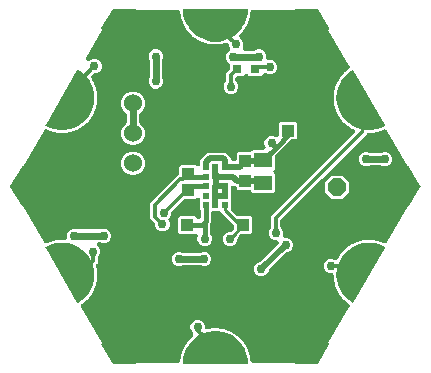
<source format=gbr>
G04 EAGLE Gerber RS-274X export*
G75*
%MOMM*%
%FSLAX34Y34*%
%LPD*%
%INTop Copper*%
%IPPOS*%
%AMOC8*
5,1,8,0,0,1.08239X$1,22.5*%
G01*
%ADD10R,1.000000X1.100000*%
%ADD11R,1.500000X1.300000*%
%ADD12R,0.800000X0.800000*%
%ADD13R,1.100000X1.000000*%
%ADD14P,1.649562X8X22.500000*%
%ADD15C,1.524000*%
%ADD16C,1.000000*%
%ADD17R,0.500000X0.500000*%
%ADD18C,0.756400*%
%ADD19C,0.609600*%
%ADD20C,0.304800*%
%ADD21C,0.508000*%
%ADD22C,0.254000*%
%ADD23C,0.406400*%

G36*
X754753Y395606D02*
X754753Y395606D01*
X754781Y395604D01*
X754849Y395626D01*
X754920Y395640D01*
X754943Y395656D01*
X754970Y395665D01*
X755025Y395712D01*
X755084Y395753D01*
X755099Y395777D01*
X755121Y395795D01*
X755152Y395860D01*
X755191Y395920D01*
X755196Y395948D01*
X755208Y395974D01*
X755217Y396075D01*
X755224Y396117D01*
X755222Y396127D01*
X755223Y396140D01*
X755166Y396855D01*
X790702Y396855D01*
X790845Y396869D01*
X790990Y396875D01*
X791046Y396889D01*
X791103Y396895D01*
X791240Y396937D01*
X791381Y396971D01*
X791433Y396996D01*
X791488Y397013D01*
X791615Y397081D01*
X791745Y397143D01*
X791791Y397177D01*
X791842Y397205D01*
X791953Y397297D01*
X792068Y397383D01*
X792107Y397425D01*
X792151Y397462D01*
X792241Y397575D01*
X792338Y397682D01*
X792367Y397731D01*
X792403Y397776D01*
X792470Y397904D01*
X792543Y398028D01*
X792562Y398082D01*
X792589Y398133D01*
X792629Y398272D01*
X792676Y398408D01*
X792687Y398473D01*
X792700Y398520D01*
X792707Y398603D01*
X792728Y398736D01*
X792729Y398753D01*
X792727Y398829D01*
X792735Y398904D01*
X792733Y398921D01*
X792733Y398922D01*
X792732Y398929D01*
X792722Y399029D01*
X792719Y399155D01*
X792702Y399229D01*
X792695Y399305D01*
X792658Y399425D01*
X792633Y399533D01*
X792829Y400392D01*
X792838Y400459D01*
X792852Y400550D01*
X792853Y400552D01*
X792853Y400555D01*
X792875Y400692D01*
X792941Y401577D01*
X792974Y401618D01*
X793033Y401729D01*
X793099Y401834D01*
X793127Y401906D01*
X793162Y401974D01*
X793212Y402129D01*
X793243Y402211D01*
X793249Y402246D01*
X793262Y402290D01*
X793455Y403133D01*
X793464Y403209D01*
X793483Y403283D01*
X793489Y403408D01*
X793505Y403532D01*
X793500Y403608D01*
X793503Y403685D01*
X793485Y403809D01*
X793477Y403920D01*
X793799Y404740D01*
X793817Y404805D01*
X793888Y405030D01*
X794085Y405896D01*
X794124Y405931D01*
X794199Y406031D01*
X794281Y406126D01*
X794318Y406193D01*
X794364Y406254D01*
X794435Y406401D01*
X794478Y406477D01*
X794489Y406511D01*
X794510Y406552D01*
X794826Y407357D01*
X794846Y407431D01*
X794876Y407501D01*
X794901Y407624D01*
X794935Y407745D01*
X794941Y407821D01*
X794956Y407896D01*
X794956Y408021D01*
X794964Y408132D01*
X795405Y408896D01*
X795433Y408957D01*
X795537Y409169D01*
X795861Y409995D01*
X795904Y410024D01*
X795993Y410113D01*
X796088Y410194D01*
X796135Y410254D01*
X796189Y410308D01*
X796282Y410443D01*
X796336Y410511D01*
X796352Y410543D01*
X796378Y410581D01*
X796810Y411330D01*
X796842Y411400D01*
X796882Y411465D01*
X796925Y411583D01*
X796976Y411697D01*
X796993Y411771D01*
X797020Y411843D01*
X797038Y411967D01*
X797063Y412076D01*
X797613Y412765D01*
X797649Y412821D01*
X797784Y413016D01*
X798227Y413784D01*
X798275Y413806D01*
X798376Y413881D01*
X798482Y413947D01*
X798537Y414000D01*
X798599Y414045D01*
X798711Y414164D01*
X798774Y414224D01*
X798795Y414253D01*
X798826Y414287D01*
X799365Y414963D01*
X799407Y415027D01*
X799456Y415086D01*
X799516Y415196D01*
X799584Y415301D01*
X799612Y415372D01*
X799649Y415439D01*
X799686Y415559D01*
X799727Y415663D01*
X800372Y416262D01*
X800417Y416313D01*
X800579Y416484D01*
X801132Y417178D01*
X801182Y417193D01*
X801293Y417251D01*
X801408Y417301D01*
X801471Y417345D01*
X801538Y417381D01*
X801667Y417482D01*
X801738Y417532D01*
X801763Y417557D01*
X801799Y417586D01*
X802433Y418174D01*
X802484Y418231D01*
X802541Y418282D01*
X802617Y418382D01*
X802700Y418476D01*
X802738Y418542D01*
X802784Y418603D01*
X802839Y418716D01*
X802896Y418815D01*
X803032Y418931D01*
X803185Y419058D01*
X803189Y419063D01*
X803194Y419067D01*
X803314Y419220D01*
X803436Y419373D01*
X803439Y419378D01*
X803443Y419383D01*
X803532Y419558D01*
X803621Y419731D01*
X803623Y419737D01*
X803625Y419742D01*
X803678Y419930D01*
X803731Y420118D01*
X803732Y420124D01*
X803733Y420130D01*
X803748Y420324D01*
X803763Y420519D01*
X803762Y420525D01*
X803763Y420532D01*
X803738Y420726D01*
X803715Y420919D01*
X803713Y420925D01*
X803712Y420931D01*
X803651Y421115D01*
X803589Y421301D01*
X803586Y421307D01*
X803584Y421313D01*
X803488Y421480D01*
X803416Y421606D01*
X803410Y421652D01*
X803393Y421825D01*
X803385Y421851D01*
X803382Y421877D01*
X803326Y422043D01*
X803275Y422210D01*
X803262Y422234D01*
X803254Y422259D01*
X803166Y422410D01*
X803083Y422564D01*
X803066Y422584D01*
X803053Y422608D01*
X802838Y422861D01*
X802099Y423600D01*
X801175Y425830D01*
X801175Y428245D01*
X802099Y430475D01*
X803806Y432182D01*
X806037Y433106D01*
X808451Y433106D01*
X810681Y432182D01*
X812389Y430475D01*
X813312Y428245D01*
X813312Y427165D01*
X813324Y427045D01*
X813327Y426925D01*
X813344Y426845D01*
X813352Y426764D01*
X813388Y426649D01*
X813414Y426532D01*
X813447Y426457D01*
X813471Y426379D01*
X813528Y426274D01*
X813576Y426164D01*
X813623Y426097D01*
X813662Y426025D01*
X813739Y425933D01*
X813808Y425835D01*
X813868Y425779D01*
X813920Y425716D01*
X814014Y425641D01*
X814101Y425558D01*
X814170Y425515D01*
X814234Y425464D01*
X814340Y425408D01*
X814442Y425345D01*
X814519Y425316D01*
X814591Y425278D01*
X814706Y425245D01*
X814819Y425203D01*
X814899Y425189D01*
X814978Y425167D01*
X815098Y425157D01*
X815216Y425138D01*
X815298Y425141D01*
X815379Y425134D01*
X815498Y425148D01*
X815618Y425152D01*
X815712Y425173D01*
X815779Y425181D01*
X815845Y425202D01*
X815942Y425224D01*
X816688Y425454D01*
X816738Y425438D01*
X816863Y425424D01*
X816986Y425400D01*
X817062Y425401D01*
X817138Y425392D01*
X817301Y425404D01*
X817388Y425404D01*
X817423Y425412D01*
X817469Y425415D01*
X818324Y425544D01*
X818398Y425563D01*
X818474Y425572D01*
X818593Y425612D01*
X818714Y425643D01*
X818783Y425676D01*
X818856Y425700D01*
X818965Y425763D01*
X819065Y425811D01*
X819946Y425811D01*
X820013Y425818D01*
X820249Y425834D01*
X821126Y425966D01*
X821173Y425943D01*
X821294Y425910D01*
X821412Y425869D01*
X821488Y425858D01*
X821562Y425838D01*
X821725Y425825D01*
X821811Y425813D01*
X821847Y425815D01*
X821893Y425811D01*
X822757Y425811D01*
X822833Y425819D01*
X822910Y425817D01*
X823033Y425839D01*
X823158Y425851D01*
X823231Y425874D01*
X823306Y425887D01*
X823423Y425932D01*
X823530Y425965D01*
X824401Y425834D01*
X824468Y425831D01*
X824704Y425811D01*
X825591Y425811D01*
X825634Y425781D01*
X825749Y425731D01*
X825859Y425672D01*
X825933Y425651D01*
X826003Y425620D01*
X826162Y425583D01*
X826245Y425558D01*
X826281Y425554D01*
X826326Y425544D01*
X827181Y425415D01*
X827257Y425411D01*
X827333Y425398D01*
X827458Y425401D01*
X827583Y425395D01*
X827658Y425406D01*
X827735Y425408D01*
X827857Y425436D01*
X827968Y425452D01*
X828810Y425192D01*
X828876Y425179D01*
X829106Y425125D01*
X829983Y424993D01*
X830021Y424957D01*
X830127Y424890D01*
X830227Y424815D01*
X830297Y424783D01*
X830361Y424742D01*
X830513Y424681D01*
X830592Y424644D01*
X830627Y424636D01*
X830669Y424619D01*
X831496Y424364D01*
X831571Y424349D01*
X831643Y424324D01*
X831767Y424309D01*
X831890Y424284D01*
X831967Y424284D01*
X832043Y424274D01*
X832168Y424283D01*
X832279Y424283D01*
X833073Y423901D01*
X833136Y423878D01*
X833356Y423790D01*
X834204Y423529D01*
X834236Y423487D01*
X834331Y423405D01*
X834419Y423317D01*
X834483Y423274D01*
X834541Y423224D01*
X834681Y423142D01*
X834754Y423093D01*
X834787Y423080D01*
X834827Y423056D01*
X835606Y422681D01*
X835677Y422655D01*
X835746Y422620D01*
X835866Y422586D01*
X835984Y422543D01*
X836060Y422532D01*
X836133Y422511D01*
X836258Y422502D01*
X836368Y422485D01*
X837097Y421989D01*
X837156Y421956D01*
X837360Y421837D01*
X838159Y421452D01*
X838184Y421406D01*
X838266Y421311D01*
X838340Y421210D01*
X838397Y421159D01*
X838447Y421101D01*
X838574Y420998D01*
X838638Y420939D01*
X838669Y420921D01*
X838705Y420892D01*
X839419Y420405D01*
X839486Y420369D01*
X839548Y420324D01*
X839663Y420272D01*
X839773Y420212D01*
X839846Y420190D01*
X839915Y420158D01*
X840038Y420130D01*
X840144Y420097D01*
X840790Y419498D01*
X840844Y419457D01*
X841027Y419309D01*
X841761Y418809D01*
X841779Y418760D01*
X841846Y418654D01*
X841904Y418543D01*
X841952Y418484D01*
X841993Y418419D01*
X842103Y418299D01*
X842158Y418231D01*
X842186Y418208D01*
X842217Y418174D01*
X842851Y417586D01*
X842912Y417540D01*
X842966Y417486D01*
X843072Y417418D01*
X843172Y417343D01*
X843240Y417309D01*
X843305Y417268D01*
X843421Y417222D01*
X843522Y417173D01*
X844071Y416484D01*
X844118Y416436D01*
X844278Y416262D01*
X844928Y415658D01*
X844939Y415607D01*
X844989Y415493D01*
X845030Y415374D01*
X845069Y415308D01*
X845100Y415238D01*
X845191Y415103D01*
X845235Y415027D01*
X845259Y415001D01*
X845285Y414963D01*
X845824Y414287D01*
X845877Y414232D01*
X845923Y414171D01*
X846017Y414088D01*
X846105Y413998D01*
X846168Y413955D01*
X846225Y413905D01*
X846334Y413842D01*
X846426Y413779D01*
X846866Y413016D01*
X846906Y412961D01*
X847037Y412765D01*
X847591Y412071D01*
X847594Y412019D01*
X847626Y411898D01*
X847649Y411775D01*
X847678Y411704D01*
X847698Y411630D01*
X847768Y411482D01*
X847800Y411402D01*
X847820Y411372D01*
X847840Y411330D01*
X848272Y410581D01*
X848317Y410519D01*
X848353Y410452D01*
X848434Y410356D01*
X848507Y410254D01*
X848563Y410202D01*
X848612Y410144D01*
X848710Y410065D01*
X848791Y409989D01*
X849113Y409169D01*
X849144Y409109D01*
X849245Y408896D01*
X849689Y408127D01*
X849684Y408075D01*
X849698Y407951D01*
X849703Y407825D01*
X849720Y407751D01*
X849729Y407675D01*
X849776Y407519D01*
X849796Y407434D01*
X849811Y407401D01*
X849824Y407357D01*
X850140Y406552D01*
X850175Y406484D01*
X850201Y406412D01*
X850267Y406306D01*
X850324Y406194D01*
X850372Y406134D01*
X850411Y406069D01*
X850496Y405977D01*
X850566Y405889D01*
X850762Y405030D01*
X850783Y404967D01*
X850851Y404740D01*
X851176Y403914D01*
X851163Y403864D01*
X851159Y403738D01*
X851144Y403614D01*
X851151Y403538D01*
X851148Y403461D01*
X851171Y403300D01*
X851179Y403213D01*
X851189Y403178D01*
X851195Y403133D01*
X851388Y402290D01*
X851412Y402217D01*
X851427Y402142D01*
X851476Y402027D01*
X851516Y401908D01*
X851554Y401842D01*
X851583Y401771D01*
X851654Y401668D01*
X851710Y401571D01*
X851775Y400692D01*
X851787Y400626D01*
X851821Y400392D01*
X852018Y399527D01*
X851999Y399480D01*
X851975Y399356D01*
X851942Y399235D01*
X851938Y399159D01*
X851923Y399085D01*
X851922Y398920D01*
X851920Y398895D01*
X851917Y398850D01*
X851917Y398846D01*
X851916Y398833D01*
X851921Y398798D01*
X851921Y398753D01*
X851922Y398736D01*
X851947Y398594D01*
X851964Y398451D01*
X851982Y398396D01*
X851992Y398339D01*
X852044Y398205D01*
X852089Y398068D01*
X852117Y398018D01*
X852138Y397964D01*
X852216Y397843D01*
X852286Y397717D01*
X852324Y397673D01*
X852355Y397625D01*
X852456Y397521D01*
X852550Y397412D01*
X852595Y397377D01*
X852635Y397336D01*
X852754Y397254D01*
X852868Y397166D01*
X852919Y397140D01*
X852967Y397107D01*
X853099Y397050D01*
X853228Y396986D01*
X853284Y396971D01*
X853337Y396949D01*
X853478Y396919D01*
X853617Y396882D01*
X853683Y396876D01*
X853731Y396866D01*
X853814Y396866D01*
X853948Y396855D01*
X889484Y396855D01*
X889427Y396140D01*
X889431Y396111D01*
X889426Y396083D01*
X889443Y396014D01*
X889451Y395942D01*
X889466Y395918D01*
X889472Y395890D01*
X889515Y395832D01*
X889551Y395770D01*
X889573Y395753D01*
X889590Y395730D01*
X889652Y395693D01*
X889709Y395650D01*
X889737Y395643D01*
X889761Y395628D01*
X889861Y395612D01*
X889902Y395601D01*
X889912Y395603D01*
X889925Y395601D01*
X908925Y395601D01*
X909001Y395616D01*
X909079Y395625D01*
X909098Y395636D01*
X909120Y395640D01*
X909184Y395684D01*
X909252Y395723D01*
X909268Y395742D01*
X909284Y395753D01*
X909308Y395791D01*
X909358Y395851D01*
X918858Y412351D01*
X918867Y412378D01*
X918883Y412402D01*
X918898Y412472D01*
X918921Y412540D01*
X918918Y412568D01*
X918924Y412596D01*
X918911Y412667D01*
X918905Y412738D01*
X918892Y412763D01*
X918886Y412791D01*
X918846Y412851D01*
X918813Y412914D01*
X918791Y412932D01*
X918775Y412956D01*
X918692Y413014D01*
X918660Y413041D01*
X918649Y413044D01*
X918639Y413051D01*
X918011Y413348D01*
X935753Y444078D01*
X935812Y444210D01*
X935879Y444339D01*
X935895Y444393D01*
X935919Y444445D01*
X935951Y444586D01*
X935991Y444725D01*
X935996Y444782D01*
X936009Y444837D01*
X936013Y444982D01*
X936025Y445127D01*
X936018Y445183D01*
X936020Y445240D01*
X935995Y445383D01*
X935978Y445527D01*
X935961Y445581D01*
X935951Y445636D01*
X935899Y445772D01*
X935854Y445909D01*
X935826Y445959D01*
X935806Y446012D01*
X935728Y446134D01*
X935656Y446260D01*
X935619Y446303D01*
X935589Y446351D01*
X935488Y446456D01*
X935394Y446565D01*
X935347Y446603D01*
X935327Y446624D01*
X935322Y446628D01*
X935309Y446641D01*
X935241Y446689D01*
X935135Y446774D01*
X935127Y446779D01*
X935061Y446815D01*
X935000Y446859D01*
X934985Y446866D01*
X934978Y446870D01*
X934902Y446903D01*
X934885Y446911D01*
X934773Y446971D01*
X934702Y446993D01*
X934633Y447024D01*
X934509Y447053D01*
X934405Y447085D01*
X933758Y447685D01*
X933705Y447725D01*
X933521Y447874D01*
X932787Y448373D01*
X932769Y448422D01*
X932702Y448528D01*
X932644Y448639D01*
X932596Y448698D01*
X932555Y448763D01*
X932445Y448884D01*
X932390Y448951D01*
X932362Y448974D01*
X932331Y449008D01*
X931695Y449597D01*
X931634Y449644D01*
X931579Y449697D01*
X931474Y449765D01*
X931374Y449841D01*
X931305Y449874D01*
X931241Y449915D01*
X931125Y449961D01*
X931024Y450010D01*
X930475Y450698D01*
X930427Y450747D01*
X930268Y450921D01*
X929617Y451524D01*
X929606Y451575D01*
X929556Y451690D01*
X929515Y451808D01*
X929476Y451874D01*
X929445Y451944D01*
X929354Y452080D01*
X929310Y452155D01*
X929286Y452182D01*
X929260Y452220D01*
X928720Y452897D01*
X928666Y452952D01*
X928620Y453013D01*
X928526Y453096D01*
X928439Y453186D01*
X928376Y453229D01*
X928318Y453279D01*
X928209Y453342D01*
X928118Y453405D01*
X927677Y454168D01*
X927638Y454222D01*
X927506Y454419D01*
X926952Y455112D01*
X926949Y455165D01*
X926917Y455286D01*
X926893Y455409D01*
X926865Y455480D01*
X926845Y455553D01*
X926775Y455701D01*
X926742Y455782D01*
X926723Y455812D01*
X926703Y455853D01*
X926269Y456604D01*
X926225Y456666D01*
X926188Y456733D01*
X926107Y456829D01*
X926034Y456931D01*
X925978Y456983D01*
X925929Y457042D01*
X925831Y457120D01*
X925750Y457196D01*
X925427Y458016D01*
X925397Y458076D01*
X925295Y458289D01*
X924852Y459058D01*
X924856Y459110D01*
X924842Y459234D01*
X924838Y459359D01*
X924820Y459434D01*
X924811Y459510D01*
X924764Y459666D01*
X924744Y459751D01*
X924729Y459783D01*
X924716Y459828D01*
X924399Y460634D01*
X924364Y460702D01*
X924338Y460774D01*
X924272Y460881D01*
X924215Y460993D01*
X924167Y461053D01*
X924127Y461118D01*
X924042Y461210D01*
X923973Y461297D01*
X923777Y462156D01*
X923755Y462220D01*
X923687Y462446D01*
X923363Y463272D01*
X923375Y463323D01*
X923380Y463448D01*
X923394Y463572D01*
X923387Y463649D01*
X923390Y463725D01*
X923367Y463886D01*
X923359Y463974D01*
X923349Y464008D01*
X923343Y464053D01*
X923150Y464899D01*
X923125Y464971D01*
X923110Y465046D01*
X923061Y465162D01*
X923021Y465280D01*
X922983Y465347D01*
X922954Y465417D01*
X922883Y465521D01*
X922827Y465617D01*
X922761Y466496D01*
X922750Y466562D01*
X922716Y466796D01*
X922518Y467661D01*
X922538Y467710D01*
X922561Y467833D01*
X922594Y467953D01*
X922599Y468030D01*
X922613Y468105D01*
X922614Y468268D01*
X922620Y468355D01*
X922615Y468391D01*
X922615Y468437D01*
X922550Y469301D01*
X922537Y469377D01*
X922533Y469453D01*
X922502Y469574D01*
X922480Y469698D01*
X922452Y469769D01*
X922433Y469843D01*
X922379Y469956D01*
X922339Y470060D01*
X922379Y470606D01*
X922377Y470700D01*
X922385Y470793D01*
X922372Y470900D01*
X922369Y471009D01*
X922349Y471100D01*
X922338Y471193D01*
X922304Y471296D01*
X922280Y471401D01*
X922242Y471486D01*
X922213Y471575D01*
X922160Y471670D01*
X922115Y471769D01*
X922061Y471844D01*
X922015Y471926D01*
X921944Y472008D01*
X921881Y472096D01*
X921813Y472160D01*
X921752Y472231D01*
X921666Y472297D01*
X921587Y472371D01*
X921507Y472420D01*
X921434Y472478D01*
X921337Y472526D01*
X921245Y472583D01*
X921157Y472615D01*
X921073Y472657D01*
X920969Y472685D01*
X920867Y472723D01*
X920775Y472737D01*
X920684Y472761D01*
X920551Y472772D01*
X920469Y472785D01*
X920420Y472783D01*
X920354Y472789D01*
X918749Y472789D01*
X916519Y473712D01*
X914811Y475420D01*
X913888Y477650D01*
X913888Y480064D01*
X914811Y482295D01*
X916519Y484002D01*
X918749Y484926D01*
X921163Y484926D01*
X923168Y484096D01*
X923203Y484085D01*
X923237Y484069D01*
X923395Y484027D01*
X923553Y483979D01*
X923590Y483976D01*
X923626Y483966D01*
X923790Y483957D01*
X923954Y483941D01*
X923991Y483945D01*
X924028Y483943D01*
X924191Y483966D01*
X924354Y483983D01*
X924390Y483994D01*
X924427Y483999D01*
X924582Y484054D01*
X924739Y484103D01*
X924771Y484120D01*
X924806Y484133D01*
X924948Y484217D01*
X925092Y484296D01*
X925120Y484320D01*
X925152Y484339D01*
X925274Y484449D01*
X925400Y484555D01*
X925423Y484584D01*
X925451Y484609D01*
X925548Y484741D01*
X925651Y484870D01*
X925668Y484903D01*
X925690Y484933D01*
X925706Y484965D01*
X925723Y484980D01*
X925786Y485022D01*
X925875Y485111D01*
X925970Y485192D01*
X926017Y485252D01*
X926071Y485306D01*
X926164Y485441D01*
X926218Y485510D01*
X926234Y485542D01*
X926260Y485579D01*
X926693Y486330D01*
X926725Y486400D01*
X926765Y486465D01*
X926807Y486583D01*
X926859Y486697D01*
X926876Y486772D01*
X926902Y486844D01*
X926921Y486967D01*
X926946Y487076D01*
X927495Y487765D01*
X927531Y487822D01*
X927666Y488016D01*
X928109Y488785D01*
X928157Y488807D01*
X928258Y488881D01*
X928364Y488948D01*
X928419Y489000D01*
X928481Y489046D01*
X928593Y489165D01*
X928656Y489225D01*
X928677Y489254D01*
X928708Y489288D01*
X929248Y489965D01*
X929290Y490030D01*
X929339Y490088D01*
X929399Y490199D01*
X929467Y490304D01*
X929495Y490375D01*
X929531Y490442D01*
X929568Y490562D01*
X929609Y490666D01*
X930255Y491265D01*
X930300Y491316D01*
X930461Y491488D01*
X931014Y492182D01*
X931064Y492196D01*
X931175Y492255D01*
X931290Y492305D01*
X931353Y492349D01*
X931421Y492384D01*
X931549Y492485D01*
X931620Y492535D01*
X931645Y492561D01*
X931681Y492589D01*
X932317Y493179D01*
X932367Y493237D01*
X932425Y493287D01*
X932500Y493387D01*
X932583Y493481D01*
X932621Y493547D01*
X932668Y493608D01*
X932722Y493721D01*
X932778Y493818D01*
X933506Y494314D01*
X933558Y494358D01*
X933743Y494504D01*
X934393Y495107D01*
X934445Y495115D01*
X934564Y495156D01*
X934684Y495188D01*
X934753Y495222D01*
X934825Y495247D01*
X934967Y495328D01*
X935045Y495367D01*
X935074Y495389D01*
X935114Y495411D01*
X935830Y495900D01*
X935889Y495949D01*
X935953Y495991D01*
X936042Y496078D01*
X936138Y496159D01*
X936186Y496218D01*
X936241Y496272D01*
X936312Y496375D01*
X936381Y496462D01*
X937175Y496845D01*
X937232Y496880D01*
X937438Y496997D01*
X938171Y497497D01*
X938223Y497496D01*
X938346Y497520D01*
X938471Y497533D01*
X938543Y497557D01*
X938619Y497571D01*
X938771Y497629D01*
X938854Y497656D01*
X938885Y497674D01*
X938928Y497690D01*
X939709Y498066D01*
X939774Y498106D01*
X939844Y498138D01*
X939946Y498211D01*
X940053Y498276D01*
X940109Y498328D01*
X940171Y498373D01*
X940256Y498465D01*
X940338Y498541D01*
X941180Y498800D01*
X941242Y498827D01*
X941463Y498911D01*
X942262Y499297D01*
X942313Y499288D01*
X942439Y499293D01*
X942564Y499288D01*
X942639Y499300D01*
X942716Y499303D01*
X942875Y499338D01*
X942961Y499352D01*
X942995Y499365D01*
X943040Y499375D01*
X943868Y499631D01*
X943939Y499660D01*
X944012Y499681D01*
X944124Y499738D01*
X944239Y499787D01*
X944302Y499830D01*
X944371Y499865D01*
X944468Y499943D01*
X944561Y500006D01*
X945432Y500137D01*
X945497Y500154D01*
X945728Y500205D01*
X946576Y500467D01*
X946626Y500451D01*
X946750Y500437D01*
X946873Y500413D01*
X946949Y500414D01*
X947026Y500405D01*
X947188Y500416D01*
X947275Y500417D01*
X947311Y500425D01*
X947357Y500428D01*
X948214Y500557D01*
X948288Y500576D01*
X948364Y500586D01*
X948482Y500626D01*
X948604Y500657D01*
X948673Y500690D01*
X948745Y500714D01*
X948854Y500777D01*
X948954Y500825D01*
X949836Y500825D01*
X949902Y500832D01*
X950138Y500848D01*
X951016Y500981D01*
X951062Y500958D01*
X951183Y500925D01*
X951302Y500884D01*
X951377Y500873D01*
X951451Y500853D01*
X951614Y500840D01*
X951700Y500828D01*
X951736Y500830D01*
X951782Y500826D01*
X952649Y500826D01*
X952725Y500834D01*
X952802Y500832D01*
X952925Y500854D01*
X953049Y500866D01*
X953123Y500889D01*
X953198Y500902D01*
X953315Y500948D01*
X953421Y500981D01*
X954293Y500850D01*
X954360Y500846D01*
X954595Y500827D01*
X955483Y500827D01*
X955525Y500797D01*
X955640Y500747D01*
X955751Y500688D01*
X955824Y500667D01*
X955894Y500636D01*
X956053Y500599D01*
X956137Y500574D01*
X956173Y500571D01*
X956217Y500560D01*
X957075Y500431D01*
X957151Y500427D01*
X957226Y500414D01*
X957352Y500417D01*
X957477Y500411D01*
X957552Y500422D01*
X957629Y500424D01*
X957751Y500452D01*
X957861Y500469D01*
X958703Y500209D01*
X958769Y500196D01*
X958999Y500142D01*
X959877Y500010D01*
X959915Y499974D01*
X960021Y499907D01*
X960121Y499833D01*
X960191Y499800D01*
X960256Y499759D01*
X960407Y499699D01*
X960486Y499662D01*
X960521Y499653D01*
X960564Y499636D01*
X961392Y499381D01*
X961467Y499366D01*
X961540Y499341D01*
X961664Y499326D01*
X961787Y499301D01*
X961863Y499301D01*
X961939Y499291D01*
X962064Y499301D01*
X962176Y499300D01*
X962970Y498918D01*
X963032Y498896D01*
X963252Y498808D01*
X964100Y498546D01*
X964133Y498504D01*
X964227Y498423D01*
X964316Y498335D01*
X964380Y498292D01*
X964438Y498242D01*
X964578Y498160D01*
X964651Y498111D01*
X964684Y498097D01*
X964725Y498074D01*
X964751Y498061D01*
X964885Y498013D01*
X965016Y497956D01*
X965074Y497944D01*
X965129Y497924D01*
X965270Y497902D01*
X965410Y497873D01*
X965469Y497872D01*
X965527Y497863D01*
X965670Y497870D01*
X965812Y497869D01*
X965871Y497880D01*
X965930Y497883D01*
X966068Y497918D01*
X966208Y497945D01*
X966263Y497967D01*
X966320Y497981D01*
X966449Y498043D01*
X966581Y498097D01*
X966630Y498129D01*
X966683Y498155D01*
X966797Y498241D01*
X966916Y498319D01*
X966958Y498361D01*
X967005Y498397D01*
X967100Y498503D01*
X967201Y498604D01*
X967240Y498659D01*
X967273Y498697D01*
X967315Y498768D01*
X967390Y498877D01*
X985133Y529609D01*
X985741Y529189D01*
X985768Y529178D01*
X985790Y529159D01*
X985859Y529139D01*
X985924Y529111D01*
X985953Y529111D01*
X985981Y529103D01*
X986052Y529111D01*
X986123Y529111D01*
X986150Y529122D01*
X986179Y529125D01*
X986241Y529160D01*
X986306Y529188D01*
X986327Y529208D01*
X986352Y529223D01*
X986415Y529300D01*
X986445Y529330D01*
X986449Y529340D01*
X986458Y529351D01*
X995958Y545851D01*
X995968Y545883D01*
X995977Y545896D01*
X995981Y545920D01*
X995982Y545924D01*
X996013Y545994D01*
X996013Y546018D01*
X996021Y546040D01*
X996015Y546116D01*
X996016Y546193D01*
X996006Y546217D01*
X996005Y546238D01*
X995984Y546277D01*
X995958Y546349D01*
X986458Y562849D01*
X986439Y562871D01*
X986426Y562897D01*
X986373Y562945D01*
X986326Y562998D01*
X986300Y563011D01*
X986279Y563030D01*
X986211Y563053D01*
X986147Y563084D01*
X986118Y563086D01*
X986091Y563095D01*
X986019Y563090D01*
X985948Y563093D01*
X985921Y563083D01*
X985892Y563081D01*
X985802Y563039D01*
X985762Y563024D01*
X985754Y563017D01*
X985741Y563011D01*
X985133Y562591D01*
X967390Y593323D01*
X967307Y593439D01*
X967230Y593560D01*
X967189Y593602D01*
X967155Y593651D01*
X967051Y593748D01*
X966952Y593851D01*
X966904Y593884D01*
X966860Y593925D01*
X966739Y593999D01*
X966622Y594081D01*
X966568Y594104D01*
X966517Y594136D01*
X966383Y594185D01*
X966253Y594242D01*
X966195Y594254D01*
X966139Y594274D01*
X965999Y594296D01*
X965859Y594326D01*
X965800Y594327D01*
X965741Y594336D01*
X965599Y594330D01*
X965457Y594332D01*
X965398Y594321D01*
X965339Y594318D01*
X965201Y594284D01*
X965061Y594258D01*
X964998Y594233D01*
X964948Y594221D01*
X964874Y594186D01*
X964751Y594139D01*
X964725Y594126D01*
X964659Y594086D01*
X964588Y594054D01*
X964487Y593981D01*
X964381Y593917D01*
X964324Y593864D01*
X964261Y593819D01*
X964177Y593728D01*
X964094Y593652D01*
X963252Y593392D01*
X963191Y593366D01*
X962970Y593282D01*
X962170Y592897D01*
X962119Y592905D01*
X961993Y592901D01*
X961868Y592906D01*
X961793Y592894D01*
X961716Y592891D01*
X961557Y592856D01*
X961471Y592842D01*
X961437Y592829D01*
X961392Y592819D01*
X960564Y592564D01*
X960493Y592534D01*
X960419Y592514D01*
X960308Y592457D01*
X960193Y592408D01*
X960129Y592365D01*
X960061Y592330D01*
X959963Y592252D01*
X959871Y592189D01*
X958999Y592058D01*
X958935Y592042D01*
X958703Y591991D01*
X957855Y591730D01*
X957806Y591746D01*
X957681Y591760D01*
X957558Y591783D01*
X957482Y591783D01*
X957406Y591791D01*
X957243Y591780D01*
X957156Y591779D01*
X957121Y591772D01*
X957075Y591769D01*
X956217Y591640D01*
X956143Y591621D01*
X956067Y591612D01*
X955949Y591572D01*
X955827Y591541D01*
X955758Y591508D01*
X955686Y591483D01*
X955577Y591421D01*
X955477Y591373D01*
X954595Y591373D01*
X954528Y591366D01*
X954293Y591350D01*
X953415Y591218D01*
X953368Y591242D01*
X953247Y591274D01*
X953129Y591316D01*
X953053Y591327D01*
X952980Y591346D01*
X952817Y591360D01*
X952731Y591372D01*
X952695Y591370D01*
X952649Y591374D01*
X952027Y591374D01*
X952000Y591371D01*
X951973Y591373D01*
X951800Y591351D01*
X951626Y591334D01*
X951600Y591326D01*
X951574Y591323D01*
X951409Y591267D01*
X951241Y591216D01*
X951217Y591203D01*
X951192Y591195D01*
X951040Y591107D01*
X950887Y591025D01*
X950867Y591007D01*
X950843Y590994D01*
X950590Y590779D01*
X912279Y552468D01*
X912196Y552397D01*
X877928Y518129D01*
X877924Y518125D01*
X877921Y518122D01*
X877907Y518106D01*
X877890Y518091D01*
X877783Y517953D01*
X877672Y517817D01*
X877660Y517794D01*
X877644Y517773D01*
X877566Y517616D01*
X877484Y517462D01*
X877476Y517436D01*
X877464Y517412D01*
X877419Y517243D01*
X877369Y517076D01*
X877367Y517049D01*
X877360Y517023D01*
X877333Y516693D01*
X877333Y512026D01*
X877335Y511999D01*
X877333Y511972D01*
X877355Y511799D01*
X877373Y511625D01*
X877380Y511599D01*
X877384Y511573D01*
X877439Y511407D01*
X877491Y511240D01*
X877503Y511216D01*
X877512Y511191D01*
X877599Y511039D01*
X877682Y510886D01*
X877699Y510866D01*
X877713Y510842D01*
X877928Y510589D01*
X878667Y509850D01*
X879591Y507620D01*
X879591Y505145D01*
X879542Y504983D01*
X879540Y504969D01*
X879537Y504956D01*
X879521Y504768D01*
X879503Y504582D01*
X879505Y504569D01*
X879504Y504555D01*
X879526Y504368D01*
X879545Y504181D01*
X879549Y504169D01*
X879551Y504155D01*
X879609Y503976D01*
X879665Y503797D01*
X879671Y503785D01*
X879675Y503772D01*
X879768Y503608D01*
X879858Y503444D01*
X879867Y503433D01*
X879873Y503422D01*
X879996Y503280D01*
X880117Y503136D01*
X880128Y503127D01*
X880136Y503117D01*
X880285Y503002D01*
X880432Y502885D01*
X880444Y502879D01*
X880455Y502870D01*
X880623Y502786D01*
X880790Y502701D01*
X880803Y502697D01*
X880815Y502691D01*
X880997Y502642D01*
X881178Y502591D01*
X881191Y502590D01*
X881204Y502586D01*
X881535Y502559D01*
X883063Y502559D01*
X885294Y501635D01*
X887001Y499928D01*
X887925Y497698D01*
X887925Y495283D01*
X887001Y493053D01*
X885294Y491346D01*
X882718Y490279D01*
X882669Y490264D01*
X882646Y490251D01*
X882620Y490243D01*
X882469Y490155D01*
X882315Y490072D01*
X882295Y490055D01*
X882272Y490042D01*
X882019Y489827D01*
X867934Y475742D01*
X867917Y475721D01*
X867897Y475704D01*
X867790Y475566D01*
X867679Y475431D01*
X867666Y475407D01*
X867650Y475386D01*
X867572Y475229D01*
X867490Y475075D01*
X867483Y475049D01*
X867471Y475025D01*
X867425Y474856D01*
X867423Y474849D01*
X866415Y472415D01*
X864708Y470708D01*
X862477Y469784D01*
X860063Y469784D01*
X857832Y470708D01*
X856125Y472415D01*
X855201Y474646D01*
X855201Y477060D01*
X856125Y479291D01*
X857832Y480998D01*
X860370Y482049D01*
X860397Y482064D01*
X860427Y482074D01*
X860575Y482159D01*
X860725Y482239D01*
X860749Y482259D01*
X860776Y482275D01*
X861029Y482489D01*
X875193Y496653D01*
X875210Y496674D01*
X875230Y496691D01*
X875337Y496829D01*
X875448Y496964D01*
X875460Y496988D01*
X875477Y497009D01*
X875555Y497166D01*
X875636Y497320D01*
X875644Y497346D01*
X875656Y497370D01*
X875664Y497399D01*
X875720Y497535D01*
X875724Y497548D01*
X875730Y497560D01*
X875782Y497740D01*
X875837Y497921D01*
X875838Y497934D01*
X875842Y497947D01*
X875857Y498135D01*
X875875Y498321D01*
X875873Y498335D01*
X875874Y498348D01*
X875853Y498535D01*
X875833Y498722D01*
X875829Y498735D01*
X875828Y498748D01*
X875769Y498927D01*
X875713Y499106D01*
X875707Y499118D01*
X875703Y499131D01*
X875610Y499294D01*
X875520Y499459D01*
X875511Y499470D01*
X875505Y499481D01*
X875383Y499623D01*
X875261Y499767D01*
X875250Y499776D01*
X875242Y499786D01*
X875093Y499901D01*
X874946Y500018D01*
X874934Y500025D01*
X874924Y500033D01*
X874755Y500117D01*
X874588Y500202D01*
X874575Y500206D01*
X874563Y500212D01*
X874381Y500261D01*
X874201Y500312D01*
X874187Y500313D01*
X874174Y500317D01*
X873844Y500344D01*
X872315Y500344D01*
X870084Y501268D01*
X868377Y502975D01*
X867453Y505205D01*
X867453Y507620D01*
X868377Y509850D01*
X869116Y510589D01*
X869133Y510610D01*
X869153Y510627D01*
X869260Y510765D01*
X869371Y510901D01*
X869384Y510924D01*
X869400Y510946D01*
X869478Y511102D01*
X869560Y511256D01*
X869567Y511282D01*
X869579Y511306D01*
X869625Y511475D01*
X869675Y511642D01*
X869677Y511669D01*
X869684Y511695D01*
X869711Y512026D01*
X869711Y520691D01*
X910171Y561151D01*
X910254Y561221D01*
X940018Y590986D01*
X940118Y591107D01*
X940223Y591225D01*
X940246Y591263D01*
X940273Y591297D01*
X940347Y591436D01*
X940427Y591572D01*
X940441Y591614D01*
X940462Y591653D01*
X940507Y591804D01*
X940558Y591953D01*
X940564Y591996D01*
X940577Y592039D01*
X940591Y592196D01*
X940612Y592352D01*
X940609Y592396D01*
X940613Y592440D01*
X940596Y592597D01*
X940586Y592754D01*
X940575Y592796D01*
X940570Y592840D01*
X940522Y592991D01*
X940481Y593142D01*
X940462Y593182D01*
X940448Y593224D01*
X940372Y593362D01*
X940302Y593503D01*
X940275Y593538D01*
X940253Y593576D01*
X940152Y593696D01*
X940055Y593821D01*
X940022Y593850D01*
X939993Y593883D01*
X939869Y593981D01*
X939750Y594084D01*
X939707Y594109D01*
X939677Y594133D01*
X939600Y594172D01*
X939464Y594252D01*
X938928Y594510D01*
X938856Y594536D01*
X938788Y594571D01*
X938668Y594605D01*
X938550Y594648D01*
X938474Y594659D01*
X938401Y594680D01*
X938276Y594690D01*
X938166Y594707D01*
X937438Y595203D01*
X937378Y595236D01*
X937175Y595355D01*
X936376Y595740D01*
X936350Y595786D01*
X936268Y595881D01*
X936194Y595982D01*
X936138Y596033D01*
X936088Y596091D01*
X935961Y596194D01*
X935896Y596253D01*
X935866Y596271D01*
X935830Y596300D01*
X935114Y596789D01*
X935046Y596825D01*
X934984Y596870D01*
X934871Y596921D01*
X934760Y596982D01*
X934687Y597004D01*
X934618Y597036D01*
X934495Y597064D01*
X934389Y597097D01*
X933743Y597696D01*
X933690Y597737D01*
X933506Y597886D01*
X932773Y598386D01*
X932754Y598435D01*
X932688Y598541D01*
X932630Y598652D01*
X932581Y598711D01*
X932541Y598776D01*
X932430Y598896D01*
X932375Y598964D01*
X932348Y598987D01*
X932317Y599021D01*
X931681Y599611D01*
X931620Y599657D01*
X931566Y599710D01*
X931461Y599778D01*
X931361Y599854D01*
X931292Y599887D01*
X931228Y599929D01*
X931111Y599975D01*
X931011Y600023D01*
X930461Y600712D01*
X930415Y600760D01*
X930255Y600935D01*
X929605Y601539D01*
X929594Y601590D01*
X929544Y601705D01*
X929503Y601823D01*
X929464Y601889D01*
X929433Y601959D01*
X929342Y602094D01*
X929298Y602170D01*
X929274Y602196D01*
X929248Y602235D01*
X928708Y602912D01*
X928655Y602967D01*
X928608Y603028D01*
X928515Y603111D01*
X928427Y603201D01*
X928364Y603244D01*
X928307Y603295D01*
X928198Y603357D01*
X928106Y603421D01*
X927666Y604184D01*
X927627Y604238D01*
X927495Y604435D01*
X926942Y605129D01*
X926939Y605181D01*
X926906Y605302D01*
X926883Y605425D01*
X926855Y605496D01*
X926835Y605570D01*
X926765Y605717D01*
X926733Y605798D01*
X926713Y605828D01*
X926693Y605870D01*
X926260Y606621D01*
X926215Y606683D01*
X926179Y606750D01*
X926098Y606846D01*
X926025Y606948D01*
X925969Y607000D01*
X925920Y607058D01*
X925822Y607137D01*
X925741Y607213D01*
X925419Y608033D01*
X925388Y608093D01*
X925287Y608307D01*
X924844Y609075D01*
X924848Y609127D01*
X924835Y609252D01*
X924830Y609377D01*
X924812Y609451D01*
X924804Y609527D01*
X924757Y609684D01*
X924737Y609769D01*
X924722Y609801D01*
X924708Y609845D01*
X924392Y610652D01*
X924357Y610720D01*
X924331Y610792D01*
X924266Y610899D01*
X924209Y611011D01*
X924161Y611071D01*
X924121Y611136D01*
X924036Y611228D01*
X923967Y611315D01*
X923771Y612174D01*
X923749Y612238D01*
X923681Y612464D01*
X923357Y613290D01*
X923370Y613341D01*
X923375Y613466D01*
X923389Y613591D01*
X923382Y613667D01*
X923385Y613744D01*
X923362Y613905D01*
X923355Y613992D01*
X923345Y614026D01*
X923338Y614072D01*
X923146Y614917D01*
X923121Y614990D01*
X923106Y615065D01*
X923057Y615180D01*
X923018Y615299D01*
X922980Y615365D01*
X922950Y615436D01*
X922879Y615540D01*
X922824Y615636D01*
X922758Y616515D01*
X922747Y616581D01*
X922713Y616815D01*
X922516Y617680D01*
X922536Y617729D01*
X922559Y617851D01*
X922592Y617972D01*
X922597Y618049D01*
X922611Y618124D01*
X922612Y618287D01*
X922618Y618374D01*
X922613Y618410D01*
X922613Y618456D01*
X922549Y619320D01*
X922536Y619396D01*
X922532Y619472D01*
X922501Y619593D01*
X922479Y619717D01*
X922452Y619788D01*
X922433Y619862D01*
X922378Y619975D01*
X922338Y620079D01*
X922404Y620958D01*
X922402Y621026D01*
X922404Y621261D01*
X922338Y622146D01*
X922365Y622191D01*
X922406Y622309D01*
X922457Y622424D01*
X922473Y622499D01*
X922498Y622571D01*
X922524Y622733D01*
X922542Y622817D01*
X922543Y622853D01*
X922550Y622899D01*
X922615Y623763D01*
X922613Y623840D01*
X922621Y623916D01*
X922609Y624040D01*
X922605Y624166D01*
X922589Y624240D01*
X922581Y624316D01*
X922544Y624436D01*
X922520Y624545D01*
X922716Y625404D01*
X922724Y625471D01*
X922761Y625704D01*
X922828Y626589D01*
X922861Y626629D01*
X922920Y626740D01*
X922986Y626846D01*
X923014Y626918D01*
X923049Y626985D01*
X923099Y627141D01*
X923130Y627222D01*
X923136Y627258D01*
X923150Y627301D01*
X923343Y628146D01*
X923352Y628222D01*
X923371Y628297D01*
X923378Y628422D01*
X923393Y628546D01*
X923388Y628622D01*
X923391Y628699D01*
X923373Y628823D01*
X923365Y628934D01*
X923687Y629754D01*
X923705Y629819D01*
X923777Y630044D01*
X923974Y630909D01*
X924013Y630944D01*
X924088Y631045D01*
X924169Y631140D01*
X924207Y631206D01*
X924253Y631268D01*
X924324Y631414D01*
X924367Y631490D01*
X924378Y631524D01*
X924399Y631566D01*
X924716Y632372D01*
X924736Y632446D01*
X924766Y632517D01*
X924791Y632639D01*
X924825Y632760D01*
X924831Y632836D01*
X924846Y632911D01*
X924846Y633037D01*
X924855Y633148D01*
X925295Y633911D01*
X925323Y633972D01*
X925427Y634184D01*
X925752Y635010D01*
X925795Y635039D01*
X925884Y635127D01*
X925979Y635209D01*
X926026Y635269D01*
X926080Y635323D01*
X926173Y635457D01*
X926227Y635526D01*
X926243Y635558D01*
X926269Y635596D01*
X926703Y636347D01*
X926734Y636416D01*
X926774Y636482D01*
X926817Y636599D01*
X926869Y636713D01*
X926886Y636788D01*
X926912Y636860D01*
X926931Y636984D01*
X926956Y637093D01*
X927506Y637781D01*
X927542Y637838D01*
X927677Y638032D01*
X928121Y638800D01*
X928168Y638822D01*
X928269Y638897D01*
X928375Y638963D01*
X928431Y639016D01*
X928492Y639061D01*
X928592Y639167D01*
X928609Y639181D01*
X928620Y639195D01*
X928668Y639240D01*
X928688Y639269D01*
X928720Y639303D01*
X929260Y639980D01*
X929302Y640044D01*
X929351Y640103D01*
X929411Y640213D01*
X929479Y640318D01*
X929507Y640389D01*
X929544Y640457D01*
X929581Y640576D01*
X929622Y640680D01*
X930268Y641279D01*
X930312Y641329D01*
X930475Y641502D01*
X931028Y642195D01*
X931078Y642210D01*
X931189Y642268D01*
X931304Y642318D01*
X931367Y642362D01*
X931434Y642398D01*
X931563Y642499D01*
X931634Y642548D01*
X931659Y642574D01*
X931695Y642603D01*
X932331Y643192D01*
X932357Y643222D01*
X932383Y643244D01*
X932404Y643269D01*
X932439Y643300D01*
X932515Y643400D01*
X932598Y643494D01*
X932631Y643552D01*
X932636Y643557D01*
X932639Y643564D01*
X932682Y643621D01*
X932737Y643734D01*
X932793Y643830D01*
X933521Y644326D01*
X933572Y644369D01*
X933758Y644515D01*
X934409Y645119D01*
X934458Y645125D01*
X934578Y645167D01*
X934700Y645199D01*
X934767Y645233D01*
X934839Y645257D01*
X934974Y645334D01*
X935040Y645365D01*
X935048Y645371D01*
X935061Y645378D01*
X935088Y645399D01*
X935127Y645421D01*
X935135Y645426D01*
X935246Y645519D01*
X935363Y645606D01*
X935376Y645621D01*
X935380Y645624D01*
X935402Y645649D01*
X935444Y645685D01*
X935535Y645797D01*
X935632Y645905D01*
X935661Y645954D01*
X935696Y645999D01*
X935763Y646127D01*
X935837Y646252D01*
X935855Y646306D01*
X935881Y646356D01*
X935921Y646495D01*
X935969Y646632D01*
X935977Y646689D01*
X935992Y646743D01*
X936004Y646888D01*
X936024Y647031D01*
X936020Y647088D01*
X936025Y647145D01*
X936008Y647289D01*
X935999Y647433D01*
X935984Y647488D01*
X935977Y647544D01*
X935932Y647682D01*
X935895Y647822D01*
X935867Y647881D01*
X935852Y647927D01*
X935811Y647999D01*
X935753Y648122D01*
X918011Y678852D01*
X918639Y679149D01*
X918661Y679166D01*
X918688Y679176D01*
X918740Y679225D01*
X918798Y679268D01*
X918812Y679293D01*
X918833Y679312D01*
X918862Y679378D01*
X918898Y679440D01*
X918901Y679468D01*
X918913Y679494D01*
X918914Y679566D01*
X918923Y679637D01*
X918915Y679664D01*
X918916Y679693D01*
X918880Y679788D01*
X918869Y679828D01*
X918862Y679837D01*
X918858Y679849D01*
X909358Y696349D01*
X909306Y696408D01*
X909260Y696470D01*
X909241Y696481D01*
X909226Y696498D01*
X909156Y696532D01*
X909089Y696572D01*
X909065Y696576D01*
X909047Y696584D01*
X909002Y696586D01*
X908925Y696599D01*
X889925Y696599D01*
X889897Y696594D01*
X889869Y696596D01*
X889801Y696574D01*
X889730Y696560D01*
X889707Y696544D01*
X889680Y696535D01*
X889625Y696488D01*
X889566Y696447D01*
X889551Y696423D01*
X889530Y696405D01*
X889498Y696340D01*
X889459Y696280D01*
X889454Y696252D01*
X889442Y696226D01*
X889433Y696125D01*
X889426Y696083D01*
X889428Y696073D01*
X889427Y696060D01*
X889484Y695345D01*
X853948Y695345D01*
X853805Y695331D01*
X853660Y695325D01*
X853604Y695311D01*
X853547Y695305D01*
X853410Y695263D01*
X853269Y695229D01*
X853217Y695204D01*
X853162Y695187D01*
X853035Y695119D01*
X852905Y695057D01*
X852859Y695023D01*
X852808Y694995D01*
X852697Y694903D01*
X852582Y694817D01*
X852543Y694775D01*
X852499Y694738D01*
X852409Y694625D01*
X852312Y694518D01*
X852283Y694469D01*
X852247Y694424D01*
X852180Y694296D01*
X852107Y694172D01*
X852088Y694118D01*
X852061Y694067D01*
X852021Y693928D01*
X851974Y693792D01*
X851963Y693727D01*
X851950Y693680D01*
X851943Y693597D01*
X851922Y693464D01*
X851921Y693447D01*
X851923Y693371D01*
X851915Y693296D01*
X851917Y693279D01*
X851917Y693278D01*
X851918Y693270D01*
X851928Y693171D01*
X851931Y693045D01*
X851948Y692971D01*
X851955Y692895D01*
X851992Y692775D01*
X852017Y692667D01*
X851821Y691808D01*
X851817Y691775D01*
X851810Y691752D01*
X851805Y691697D01*
X851775Y691508D01*
X851709Y690623D01*
X851676Y690582D01*
X851617Y690471D01*
X851551Y690366D01*
X851523Y690294D01*
X851488Y690226D01*
X851438Y690071D01*
X851407Y689989D01*
X851401Y689954D01*
X851388Y689910D01*
X851195Y689067D01*
X851186Y688991D01*
X851167Y688917D01*
X851161Y688792D01*
X851145Y688668D01*
X851150Y688592D01*
X851147Y688515D01*
X851165Y688391D01*
X851173Y688280D01*
X850851Y687460D01*
X850833Y687395D01*
X850762Y687170D01*
X850565Y686304D01*
X850526Y686269D01*
X850451Y686169D01*
X850369Y686074D01*
X850332Y686007D01*
X850286Y685946D01*
X850215Y685799D01*
X850172Y685723D01*
X850161Y685689D01*
X850140Y685648D01*
X849824Y684843D01*
X849804Y684769D01*
X849774Y684699D01*
X849749Y684576D01*
X849715Y684455D01*
X849709Y684379D01*
X849694Y684304D01*
X849694Y684179D01*
X849686Y684067D01*
X849245Y683304D01*
X849218Y683244D01*
X849113Y683031D01*
X848789Y682205D01*
X848746Y682176D01*
X848657Y682087D01*
X848562Y682006D01*
X848515Y681946D01*
X848461Y681892D01*
X848368Y681757D01*
X848314Y681689D01*
X848298Y681657D01*
X848272Y681619D01*
X847840Y680870D01*
X847808Y680800D01*
X847768Y680735D01*
X847725Y680617D01*
X847674Y680503D01*
X847657Y680429D01*
X847630Y680357D01*
X847612Y680233D01*
X847587Y680124D01*
X847037Y679435D01*
X847001Y679379D01*
X846866Y679184D01*
X846423Y678416D01*
X846375Y678394D01*
X846274Y678319D01*
X846168Y678253D01*
X846113Y678200D01*
X846051Y678155D01*
X845939Y678036D01*
X845876Y677976D01*
X845855Y677947D01*
X845824Y677913D01*
X845285Y677237D01*
X845243Y677173D01*
X845194Y677114D01*
X845134Y677005D01*
X845066Y676899D01*
X845038Y676828D01*
X845001Y676761D01*
X844964Y676641D01*
X844923Y676537D01*
X844278Y675938D01*
X844233Y675887D01*
X844071Y675716D01*
X843280Y674724D01*
X843257Y674707D01*
X843190Y674638D01*
X843116Y674575D01*
X843051Y674493D01*
X842978Y674417D01*
X842926Y674335D01*
X842866Y674259D01*
X842819Y674165D01*
X842763Y674077D01*
X842728Y673986D01*
X842684Y673900D01*
X842656Y673799D01*
X842618Y673701D01*
X842602Y673606D01*
X842576Y673512D01*
X842568Y673407D01*
X842551Y673304D01*
X842554Y673207D01*
X842547Y673111D01*
X842560Y673006D01*
X842563Y672901D01*
X842585Y672807D01*
X842597Y672711D01*
X842631Y672612D01*
X842654Y672509D01*
X842694Y672421D01*
X842725Y672330D01*
X842778Y672239D01*
X842821Y672143D01*
X842878Y672064D01*
X842926Y671981D01*
X843009Y671883D01*
X843057Y671817D01*
X843096Y671781D01*
X843141Y671728D01*
X845074Y669795D01*
X845998Y667565D01*
X845998Y665150D01*
X845430Y663781D01*
X845426Y663768D01*
X845420Y663756D01*
X845368Y663575D01*
X845314Y663395D01*
X845313Y663382D01*
X845309Y663369D01*
X845293Y663181D01*
X845276Y662995D01*
X845277Y662981D01*
X845276Y662968D01*
X845298Y662781D01*
X845317Y662594D01*
X845321Y662581D01*
X845323Y662568D01*
X845381Y662390D01*
X845437Y662210D01*
X845444Y662198D01*
X845448Y662185D01*
X845540Y662022D01*
X845630Y661857D01*
X845639Y661846D01*
X845646Y661835D01*
X845769Y661692D01*
X845890Y661548D01*
X845900Y661540D01*
X845909Y661530D01*
X846057Y661415D01*
X846204Y661297D01*
X846216Y661291D01*
X846227Y661283D01*
X846395Y661200D01*
X846563Y661114D01*
X846575Y661110D01*
X846587Y661104D01*
X846770Y661055D01*
X846950Y661004D01*
X846963Y661003D01*
X846976Y660999D01*
X847307Y660972D01*
X854893Y660972D01*
X854924Y660975D01*
X854955Y660973D01*
X855125Y660995D01*
X855294Y661012D01*
X855323Y661021D01*
X855354Y661025D01*
X855670Y661127D01*
X858027Y662103D01*
X860442Y662103D01*
X862672Y661179D01*
X864379Y659472D01*
X865303Y657242D01*
X865303Y655006D01*
X865305Y654988D01*
X865303Y654971D01*
X865325Y654788D01*
X865343Y654606D01*
X865348Y654589D01*
X865350Y654571D01*
X865407Y654396D01*
X865461Y654221D01*
X865470Y654205D01*
X865475Y654188D01*
X865566Y654028D01*
X865653Y653867D01*
X865664Y653853D01*
X865673Y653837D01*
X865793Y653698D01*
X865911Y653557D01*
X865925Y653546D01*
X865936Y653533D01*
X866081Y653420D01*
X866224Y653305D01*
X866240Y653297D01*
X866254Y653286D01*
X866419Y653204D01*
X866582Y653120D01*
X866599Y653115D01*
X866615Y653107D01*
X866793Y653059D01*
X866969Y653008D01*
X866986Y653007D01*
X867004Y653002D01*
X867334Y652975D01*
X869967Y652975D01*
X872197Y652051D01*
X873904Y650344D01*
X874828Y648113D01*
X874828Y645699D01*
X873904Y643469D01*
X872197Y641761D01*
X869967Y640838D01*
X867552Y640838D01*
X865114Y641847D01*
X865101Y641851D01*
X865089Y641857D01*
X864910Y641909D01*
X864729Y641964D01*
X864715Y641965D01*
X864702Y641969D01*
X864515Y641984D01*
X864328Y642002D01*
X864315Y642001D01*
X864301Y642002D01*
X864115Y641980D01*
X863927Y641960D01*
X863915Y641956D01*
X863901Y641955D01*
X863722Y641896D01*
X863543Y641841D01*
X863531Y641834D01*
X863519Y641830D01*
X863355Y641737D01*
X863190Y641647D01*
X863180Y641639D01*
X863168Y641632D01*
X863026Y641510D01*
X862882Y641388D01*
X862873Y641378D01*
X862863Y641369D01*
X862749Y641221D01*
X862711Y641174D01*
X860966Y639429D01*
X851072Y639429D01*
X849955Y640545D01*
X849941Y640557D01*
X849930Y640570D01*
X849785Y640684D01*
X849644Y640800D01*
X849628Y640809D01*
X849614Y640820D01*
X849450Y640903D01*
X849288Y640989D01*
X849271Y640994D01*
X849255Y641002D01*
X849078Y641052D01*
X848902Y641104D01*
X848884Y641105D01*
X848867Y641110D01*
X848684Y641124D01*
X848501Y641140D01*
X848483Y641138D01*
X848465Y641140D01*
X848283Y641117D01*
X848101Y641097D01*
X848084Y641091D01*
X848066Y641089D01*
X847892Y641031D01*
X847717Y640975D01*
X847701Y640967D01*
X847684Y640961D01*
X847525Y640869D01*
X847365Y640781D01*
X847351Y640769D01*
X847335Y640760D01*
X847082Y640545D01*
X845966Y639429D01*
X841264Y639429D01*
X841246Y639427D01*
X841228Y639429D01*
X841046Y639407D01*
X840863Y639389D01*
X840846Y639384D01*
X840828Y639382D01*
X840654Y639325D01*
X840478Y639271D01*
X840463Y639262D01*
X840446Y639257D01*
X840285Y639166D01*
X840124Y639079D01*
X840111Y639068D01*
X840095Y639059D01*
X839956Y638939D01*
X839815Y638821D01*
X839804Y638807D01*
X839790Y638796D01*
X839678Y638651D01*
X839563Y638508D01*
X839554Y638492D01*
X839544Y638478D01*
X839461Y638312D01*
X839377Y638150D01*
X839372Y638133D01*
X839364Y638117D01*
X839316Y637939D01*
X839266Y637763D01*
X839264Y637746D01*
X839260Y637728D01*
X839233Y637398D01*
X839233Y636247D01*
X839235Y636221D01*
X839233Y636194D01*
X839255Y636020D01*
X839273Y635847D01*
X839280Y635821D01*
X839284Y635795D01*
X839339Y635629D01*
X839391Y635462D01*
X839403Y635438D01*
X839412Y635413D01*
X839499Y635261D01*
X839582Y635108D01*
X839599Y635087D01*
X839613Y635064D01*
X839828Y634811D01*
X840567Y634072D01*
X841491Y631842D01*
X841491Y629427D01*
X840567Y627197D01*
X838860Y625490D01*
X836629Y624566D01*
X834215Y624566D01*
X831984Y625490D01*
X830277Y627197D01*
X829353Y629427D01*
X829353Y631842D01*
X830277Y634072D01*
X831016Y634811D01*
X831033Y634832D01*
X831053Y634849D01*
X831160Y634987D01*
X831271Y635123D01*
X831284Y635146D01*
X831300Y635167D01*
X831378Y635324D01*
X831460Y635478D01*
X831467Y635504D01*
X831479Y635528D01*
X831525Y635697D01*
X831575Y635864D01*
X831577Y635891D01*
X831584Y635917D01*
X831611Y636247D01*
X831611Y641697D01*
X834137Y644223D01*
X834154Y644244D01*
X834174Y644261D01*
X834281Y644399D01*
X834392Y644535D01*
X834405Y644558D01*
X834421Y644579D01*
X834499Y644736D01*
X834581Y644890D01*
X834588Y644916D01*
X834600Y644940D01*
X834646Y645109D01*
X834696Y645276D01*
X834698Y645303D01*
X834705Y645329D01*
X834732Y645659D01*
X834732Y648888D01*
X834729Y648914D01*
X834731Y648941D01*
X834709Y649115D01*
X834692Y649289D01*
X834684Y649314D01*
X834681Y649341D01*
X834625Y649506D01*
X834574Y649673D01*
X834561Y649697D01*
X834553Y649722D01*
X834465Y649874D01*
X834382Y650027D01*
X834365Y650048D01*
X834352Y650071D01*
X834137Y650324D01*
X832261Y652200D01*
X831338Y654430D01*
X831338Y656845D01*
X832261Y659075D01*
X834212Y661025D01*
X834226Y661043D01*
X834243Y661057D01*
X834353Y661198D01*
X834467Y661337D01*
X834477Y661356D01*
X834491Y661374D01*
X834572Y661535D01*
X834655Y661692D01*
X834662Y661714D01*
X834672Y661734D01*
X834719Y661907D01*
X834770Y662078D01*
X834772Y662101D01*
X834778Y662122D01*
X834790Y662301D01*
X834806Y662479D01*
X834804Y662501D01*
X834806Y662524D01*
X834782Y662702D01*
X834763Y662880D01*
X834756Y662901D01*
X834753Y662923D01*
X834652Y663239D01*
X833860Y665150D01*
X833860Y665813D01*
X833848Y665933D01*
X833846Y666053D01*
X833828Y666133D01*
X833820Y666214D01*
X833785Y666329D01*
X833759Y666446D01*
X833726Y666520D01*
X833702Y666599D01*
X833645Y666705D01*
X833596Y666814D01*
X833549Y666881D01*
X833510Y666953D01*
X833434Y667045D01*
X833364Y667143D01*
X833305Y667199D01*
X833253Y667262D01*
X833159Y667337D01*
X833072Y667420D01*
X833002Y667463D01*
X832939Y667514D01*
X832832Y667570D01*
X832731Y667633D01*
X832654Y667662D01*
X832582Y667700D01*
X832466Y667733D01*
X832354Y667776D01*
X832273Y667789D01*
X832195Y667811D01*
X832075Y667821D01*
X831957Y667841D01*
X831875Y667838D01*
X831793Y667844D01*
X831674Y667830D01*
X831554Y667826D01*
X831460Y667805D01*
X831393Y667797D01*
X831327Y667776D01*
X831230Y667754D01*
X830669Y667581D01*
X830599Y667552D01*
X830525Y667531D01*
X830414Y667474D01*
X830298Y667425D01*
X830235Y667382D01*
X830167Y667347D01*
X830069Y667269D01*
X829977Y667206D01*
X829106Y667075D01*
X829040Y667059D01*
X828810Y667008D01*
X827961Y666746D01*
X827912Y666762D01*
X827787Y666776D01*
X827664Y666800D01*
X827588Y666799D01*
X827512Y666808D01*
X827349Y666796D01*
X827262Y666796D01*
X827227Y666788D01*
X827181Y666785D01*
X826326Y666656D01*
X826252Y666637D01*
X826176Y666628D01*
X826057Y666588D01*
X825936Y666557D01*
X825867Y666524D01*
X825794Y666500D01*
X825685Y666437D01*
X825585Y666389D01*
X824704Y666389D01*
X824637Y666382D01*
X824401Y666366D01*
X823524Y666234D01*
X823477Y666257D01*
X823356Y666290D01*
X823238Y666331D01*
X823162Y666342D01*
X823088Y666362D01*
X822925Y666375D01*
X822839Y666387D01*
X822803Y666385D01*
X822757Y666389D01*
X821893Y666389D01*
X821817Y666381D01*
X821740Y666383D01*
X821617Y666361D01*
X821492Y666349D01*
X821419Y666326D01*
X821344Y666313D01*
X821227Y666268D01*
X821120Y666235D01*
X820249Y666366D01*
X820182Y666369D01*
X819946Y666389D01*
X819059Y666389D01*
X819016Y666419D01*
X818901Y666469D01*
X818791Y666528D01*
X818717Y666549D01*
X818647Y666580D01*
X818488Y666618D01*
X818405Y666642D01*
X818369Y666646D01*
X818324Y666656D01*
X817469Y666785D01*
X817393Y666789D01*
X817317Y666802D01*
X817192Y666799D01*
X817067Y666805D01*
X816992Y666794D01*
X816915Y666792D01*
X816793Y666764D01*
X816683Y666748D01*
X815840Y667008D01*
X815774Y667021D01*
X815544Y667075D01*
X814667Y667207D01*
X814629Y667243D01*
X814523Y667310D01*
X814423Y667385D01*
X814353Y667417D01*
X814289Y667458D01*
X814137Y667519D01*
X814058Y667556D01*
X814023Y667564D01*
X813981Y667581D01*
X813154Y667836D01*
X813079Y667851D01*
X813007Y667876D01*
X812882Y667891D01*
X812760Y667916D01*
X812683Y667916D01*
X812607Y667926D01*
X812482Y667917D01*
X812371Y667917D01*
X811577Y668299D01*
X811514Y668322D01*
X811294Y668410D01*
X810446Y668671D01*
X810414Y668713D01*
X810320Y668795D01*
X810231Y668883D01*
X810167Y668926D01*
X810109Y668976D01*
X809969Y669058D01*
X809896Y669107D01*
X809863Y669120D01*
X809823Y669144D01*
X809044Y669519D01*
X808972Y669545D01*
X808904Y669580D01*
X808784Y669614D01*
X808666Y669657D01*
X808590Y669668D01*
X808517Y669689D01*
X808392Y669698D01*
X808281Y669715D01*
X807553Y670211D01*
X807494Y670244D01*
X807290Y670363D01*
X806491Y670748D01*
X806466Y670794D01*
X806384Y670889D01*
X806310Y670990D01*
X806253Y671041D01*
X806203Y671099D01*
X806077Y671202D01*
X806012Y671260D01*
X805981Y671279D01*
X805945Y671308D01*
X805231Y671795D01*
X805164Y671832D01*
X805102Y671876D01*
X804987Y671928D01*
X804877Y671988D01*
X804804Y672010D01*
X804735Y672042D01*
X804612Y672070D01*
X804506Y672103D01*
X803860Y672702D01*
X803806Y672743D01*
X803623Y672891D01*
X802889Y673391D01*
X802871Y673440D01*
X802804Y673546D01*
X802746Y673657D01*
X802698Y673716D01*
X802657Y673781D01*
X802547Y673901D01*
X802492Y673969D01*
X802464Y673992D01*
X802433Y674026D01*
X801799Y674614D01*
X801738Y674660D01*
X801684Y674714D01*
X801578Y674782D01*
X801478Y674857D01*
X801410Y674891D01*
X801345Y674932D01*
X801229Y674978D01*
X801128Y675027D01*
X800579Y675716D01*
X800532Y675764D01*
X800372Y675938D01*
X799722Y676542D01*
X799711Y676593D01*
X799661Y676707D01*
X799620Y676826D01*
X799581Y676892D01*
X799550Y676962D01*
X799460Y677097D01*
X799415Y677172D01*
X799391Y677199D01*
X799365Y677237D01*
X798826Y677913D01*
X798773Y677968D01*
X798727Y678029D01*
X798633Y678112D01*
X798545Y678202D01*
X798482Y678245D01*
X798425Y678296D01*
X798316Y678358D01*
X798224Y678421D01*
X797784Y679184D01*
X797744Y679239D01*
X797613Y679435D01*
X797059Y680129D01*
X797056Y680181D01*
X797024Y680302D01*
X797001Y680425D01*
X796972Y680496D01*
X796952Y680570D01*
X796883Y680718D01*
X796850Y680798D01*
X796830Y680828D01*
X796810Y680870D01*
X796378Y681619D01*
X796334Y681681D01*
X796297Y681748D01*
X796216Y681844D01*
X796143Y681946D01*
X796087Y681998D01*
X796038Y682057D01*
X795940Y682135D01*
X795859Y682211D01*
X795537Y683031D01*
X795506Y683091D01*
X795405Y683304D01*
X794961Y684073D01*
X794966Y684125D01*
X794952Y684249D01*
X794947Y684375D01*
X794930Y684449D01*
X794921Y684525D01*
X794874Y684681D01*
X794854Y684766D01*
X794839Y684799D01*
X794826Y684843D01*
X794510Y685648D01*
X794475Y685716D01*
X794449Y685788D01*
X794383Y685894D01*
X794326Y686006D01*
X794278Y686066D01*
X794239Y686131D01*
X794154Y686223D01*
X794084Y686310D01*
X793888Y687170D01*
X793867Y687234D01*
X793799Y687460D01*
X793474Y688286D01*
X793487Y688336D01*
X793491Y688462D01*
X793506Y688586D01*
X793499Y688662D01*
X793502Y688739D01*
X793479Y688900D01*
X793471Y688987D01*
X793461Y689022D01*
X793455Y689067D01*
X793262Y689910D01*
X793238Y689983D01*
X793223Y690058D01*
X793174Y690173D01*
X793134Y690292D01*
X793096Y690358D01*
X793067Y690429D01*
X792996Y690532D01*
X792940Y690629D01*
X792875Y691508D01*
X792863Y691573D01*
X792829Y691808D01*
X792632Y692673D01*
X792651Y692720D01*
X792675Y692844D01*
X792708Y692965D01*
X792712Y693041D01*
X792727Y693115D01*
X792728Y693280D01*
X792730Y693305D01*
X792733Y693350D01*
X792733Y693354D01*
X792734Y693367D01*
X792729Y693402D01*
X792729Y693447D01*
X792728Y693464D01*
X792703Y693606D01*
X792686Y693749D01*
X792668Y693804D01*
X792658Y693861D01*
X792606Y693995D01*
X792561Y694132D01*
X792533Y694182D01*
X792512Y694236D01*
X792434Y694357D01*
X792364Y694483D01*
X792326Y694527D01*
X792295Y694575D01*
X792195Y694678D01*
X792100Y694788D01*
X792055Y694823D01*
X792015Y694864D01*
X791896Y694946D01*
X791782Y695034D01*
X791731Y695060D01*
X791683Y695093D01*
X791551Y695150D01*
X791422Y695214D01*
X791366Y695229D01*
X791313Y695251D01*
X791172Y695281D01*
X791033Y695318D01*
X790967Y695324D01*
X790919Y695334D01*
X790836Y695334D01*
X790702Y695345D01*
X755166Y695345D01*
X755223Y696060D01*
X755219Y696089D01*
X755224Y696117D01*
X755207Y696186D01*
X755199Y696258D01*
X755185Y696282D01*
X755178Y696310D01*
X755135Y696368D01*
X755100Y696430D01*
X755077Y696447D01*
X755060Y696470D01*
X754998Y696507D01*
X754941Y696550D01*
X754913Y696557D01*
X754889Y696572D01*
X754789Y696588D01*
X754748Y696599D01*
X754738Y696597D01*
X754725Y696599D01*
X735725Y696599D01*
X735649Y696584D01*
X735571Y696575D01*
X735552Y696564D01*
X735530Y696560D01*
X735466Y696516D01*
X735398Y696477D01*
X735382Y696458D01*
X735366Y696447D01*
X735342Y696409D01*
X735292Y696349D01*
X725792Y679849D01*
X725783Y679822D01*
X725767Y679798D01*
X725752Y679728D01*
X725729Y679660D01*
X725732Y679632D01*
X725726Y679604D01*
X725740Y679534D01*
X725745Y679462D01*
X725758Y679437D01*
X725764Y679409D01*
X725804Y679349D01*
X725837Y679286D01*
X725859Y679268D01*
X725875Y679244D01*
X725958Y679186D01*
X725990Y679159D01*
X726001Y679156D01*
X726012Y679149D01*
X726639Y678852D01*
X712946Y655135D01*
X712889Y655010D01*
X712825Y654888D01*
X712807Y654827D01*
X712780Y654768D01*
X712749Y654634D01*
X712710Y654502D01*
X712704Y654438D01*
X712690Y654375D01*
X712686Y654238D01*
X712674Y654101D01*
X712681Y654037D01*
X712679Y653973D01*
X712702Y653838D01*
X712717Y653701D01*
X712737Y653640D01*
X712748Y653576D01*
X712797Y653449D01*
X712839Y653317D01*
X712870Y653261D01*
X712893Y653201D01*
X712967Y653085D01*
X713034Y652965D01*
X713075Y652916D01*
X713110Y652862D01*
X713205Y652762D01*
X713294Y652658D01*
X713344Y652618D01*
X713389Y652572D01*
X713502Y652493D01*
X713610Y652408D01*
X713667Y652379D01*
X713720Y652343D01*
X713846Y652288D01*
X713969Y652226D01*
X714031Y652209D01*
X714090Y652183D01*
X714224Y652155D01*
X714357Y652118D01*
X714421Y652113D01*
X714484Y652100D01*
X714621Y652099D01*
X714758Y652089D01*
X714822Y652097D01*
X714887Y652096D01*
X715021Y652122D01*
X715158Y652139D01*
X715219Y652160D01*
X715282Y652172D01*
X715409Y652224D01*
X715539Y652267D01*
X715595Y652299D01*
X715655Y652324D01*
X715769Y652400D01*
X715888Y652468D01*
X715945Y652516D01*
X715990Y652546D01*
X716047Y652603D01*
X716141Y652683D01*
X716474Y653016D01*
X718705Y653940D01*
X721119Y653940D01*
X723350Y653016D01*
X725057Y651309D01*
X725981Y649078D01*
X725981Y646664D01*
X725057Y644433D01*
X723350Y642726D01*
X721119Y641802D01*
X720074Y641802D01*
X720047Y641800D01*
X720021Y641802D01*
X719847Y641780D01*
X719673Y641762D01*
X719648Y641755D01*
X719621Y641751D01*
X719455Y641696D01*
X719288Y641644D01*
X719265Y641632D01*
X719239Y641623D01*
X719088Y641536D01*
X718934Y641453D01*
X718914Y641436D01*
X718891Y641422D01*
X718638Y641207D01*
X717570Y640140D01*
X717503Y640058D01*
X717429Y639983D01*
X717376Y639903D01*
X717315Y639829D01*
X717266Y639735D01*
X717208Y639647D01*
X717172Y639558D01*
X717127Y639473D01*
X717097Y639372D01*
X717057Y639273D01*
X717039Y639179D01*
X717012Y639087D01*
X717002Y638982D01*
X716983Y638878D01*
X716984Y638782D01*
X716976Y638686D01*
X716987Y638581D01*
X716988Y638475D01*
X717009Y638381D01*
X717019Y638286D01*
X717051Y638185D01*
X717073Y638082D01*
X717111Y637994D01*
X717140Y637902D01*
X717192Y637809D01*
X717234Y637712D01*
X717298Y637617D01*
X717335Y637550D01*
X717374Y637505D01*
X717419Y637437D01*
X717698Y637088D01*
X717701Y637035D01*
X717733Y636914D01*
X717757Y636791D01*
X717785Y636720D01*
X717805Y636647D01*
X717875Y636499D01*
X717908Y636418D01*
X717927Y636388D01*
X717947Y636347D01*
X718381Y635596D01*
X718425Y635534D01*
X718462Y635467D01*
X718543Y635371D01*
X718616Y635269D01*
X718672Y635217D01*
X718721Y635158D01*
X718819Y635080D01*
X718900Y635004D01*
X719223Y634184D01*
X719253Y634124D01*
X719355Y633911D01*
X719798Y633142D01*
X719794Y633090D01*
X719808Y632966D01*
X719812Y632841D01*
X719830Y632766D01*
X719839Y632690D01*
X719886Y632534D01*
X719906Y632449D01*
X719921Y632417D01*
X719934Y632372D01*
X720251Y631566D01*
X720286Y631498D01*
X720312Y631426D01*
X720378Y631319D01*
X720435Y631207D01*
X720483Y631147D01*
X720523Y631082D01*
X720608Y630990D01*
X720677Y630903D01*
X720873Y630044D01*
X720895Y629980D01*
X720963Y629754D01*
X721287Y628928D01*
X721275Y628877D01*
X721270Y628752D01*
X721256Y628628D01*
X721263Y628551D01*
X721260Y628475D01*
X721283Y628314D01*
X721291Y628226D01*
X721301Y628192D01*
X721307Y628147D01*
X721500Y627301D01*
X721525Y627229D01*
X721540Y627154D01*
X721589Y627039D01*
X721628Y626920D01*
X721667Y626853D01*
X721697Y626783D01*
X721767Y626680D01*
X721823Y626583D01*
X721889Y625704D01*
X721900Y625637D01*
X721934Y625404D01*
X722132Y624539D01*
X722112Y624490D01*
X722089Y624367D01*
X722056Y624247D01*
X722051Y624170D01*
X722037Y624095D01*
X722036Y623932D01*
X722030Y623845D01*
X722035Y623809D01*
X722035Y623763D01*
X722100Y622899D01*
X722113Y622823D01*
X722117Y622747D01*
X722148Y622626D01*
X722170Y622502D01*
X722198Y622431D01*
X722217Y622357D01*
X722271Y622244D01*
X722311Y622140D01*
X722246Y621261D01*
X722248Y621194D01*
X722246Y620958D01*
X722313Y620073D01*
X722286Y620028D01*
X722244Y619910D01*
X722194Y619795D01*
X722178Y619720D01*
X722153Y619648D01*
X722127Y619487D01*
X722109Y619402D01*
X722108Y619366D01*
X722101Y619320D01*
X722037Y618456D01*
X722038Y618379D01*
X722031Y618303D01*
X722043Y618178D01*
X722047Y618053D01*
X722063Y617979D01*
X722071Y617903D01*
X722108Y617783D01*
X722133Y617674D01*
X721937Y616815D01*
X721929Y616748D01*
X721892Y616515D01*
X721826Y615630D01*
X721793Y615589D01*
X721734Y615479D01*
X721667Y615373D01*
X721640Y615301D01*
X721604Y615234D01*
X721555Y615078D01*
X721524Y614996D01*
X721518Y614961D01*
X721504Y614917D01*
X721312Y614072D01*
X721302Y613996D01*
X721283Y613922D01*
X721277Y613797D01*
X721262Y613673D01*
X721267Y613596D01*
X721263Y613520D01*
X721282Y613396D01*
X721290Y613285D01*
X720969Y612464D01*
X720950Y612399D01*
X720879Y612174D01*
X720682Y611309D01*
X720643Y611274D01*
X720569Y611173D01*
X720487Y611078D01*
X720449Y611012D01*
X720404Y610950D01*
X720332Y610804D01*
X720289Y610728D01*
X720278Y610693D01*
X720258Y610652D01*
X719942Y609845D01*
X719921Y609771D01*
X719891Y609701D01*
X719866Y609578D01*
X719832Y609458D01*
X719827Y609381D01*
X719812Y609306D01*
X719811Y609181D01*
X719803Y609070D01*
X719363Y608307D01*
X719335Y608245D01*
X719231Y608033D01*
X718907Y607207D01*
X718864Y607178D01*
X718775Y607089D01*
X718680Y607008D01*
X718633Y606948D01*
X718579Y606894D01*
X718486Y606759D01*
X718432Y606690D01*
X718416Y606658D01*
X718390Y606621D01*
X717957Y605870D01*
X717925Y605800D01*
X717885Y605735D01*
X717843Y605617D01*
X717791Y605503D01*
X717774Y605428D01*
X717748Y605356D01*
X717729Y605233D01*
X717704Y605124D01*
X717155Y604435D01*
X717119Y604378D01*
X716984Y604184D01*
X716541Y603415D01*
X716493Y603393D01*
X716392Y603319D01*
X716286Y603252D01*
X716231Y603200D01*
X716169Y603154D01*
X716057Y603035D01*
X715994Y602975D01*
X715973Y602946D01*
X715942Y602912D01*
X715402Y602235D01*
X715360Y602170D01*
X715311Y602112D01*
X715251Y602001D01*
X715183Y601896D01*
X715155Y601825D01*
X715119Y601758D01*
X715082Y601638D01*
X715041Y601534D01*
X714395Y600935D01*
X714350Y600884D01*
X714189Y600712D01*
X713636Y600018D01*
X713586Y600004D01*
X713475Y599945D01*
X713360Y599895D01*
X713297Y599851D01*
X713229Y599816D01*
X713101Y599715D01*
X713030Y599665D01*
X713005Y599639D01*
X712969Y599611D01*
X712333Y599021D01*
X712283Y598963D01*
X712225Y598913D01*
X712150Y598813D01*
X712067Y598719D01*
X712029Y598653D01*
X711982Y598592D01*
X711928Y598479D01*
X711872Y598382D01*
X711144Y597886D01*
X711092Y597842D01*
X710907Y597696D01*
X710257Y597093D01*
X710205Y597085D01*
X710086Y597044D01*
X709966Y597012D01*
X709897Y596978D01*
X709825Y596953D01*
X709683Y596872D01*
X709605Y596833D01*
X709576Y596811D01*
X709536Y596789D01*
X708820Y596300D01*
X708761Y596251D01*
X708697Y596209D01*
X708608Y596122D01*
X708512Y596041D01*
X708464Y595982D01*
X708409Y595928D01*
X708338Y595825D01*
X708269Y595738D01*
X707475Y595355D01*
X707418Y595320D01*
X707212Y595203D01*
X706479Y594703D01*
X706427Y594704D01*
X706304Y594680D01*
X706179Y594667D01*
X706107Y594643D01*
X706031Y594629D01*
X705879Y594571D01*
X705796Y594544D01*
X705765Y594526D01*
X705722Y594510D01*
X704941Y594134D01*
X704876Y594094D01*
X704806Y594062D01*
X704704Y593989D01*
X704597Y593924D01*
X704541Y593872D01*
X704479Y593827D01*
X704394Y593735D01*
X704312Y593659D01*
X703470Y593400D01*
X703408Y593373D01*
X703187Y593289D01*
X702388Y592903D01*
X702337Y592912D01*
X702211Y592907D01*
X702086Y592912D01*
X702011Y592900D01*
X701934Y592897D01*
X701775Y592862D01*
X701689Y592848D01*
X701655Y592835D01*
X701610Y592825D01*
X700782Y592569D01*
X700711Y592540D01*
X700638Y592519D01*
X700526Y592462D01*
X700411Y592413D01*
X700348Y592370D01*
X700279Y592335D01*
X700182Y592257D01*
X700089Y592194D01*
X699218Y592063D01*
X699153Y592046D01*
X698922Y591995D01*
X698074Y591733D01*
X698025Y591749D01*
X697900Y591763D01*
X697777Y591787D01*
X697700Y591786D01*
X697624Y591795D01*
X697462Y591783D01*
X697374Y591783D01*
X697339Y591775D01*
X697293Y591772D01*
X696436Y591643D01*
X696362Y591624D01*
X696286Y591614D01*
X696168Y591574D01*
X696046Y591543D01*
X695977Y591510D01*
X695905Y591486D01*
X695796Y591423D01*
X695696Y591375D01*
X694814Y591375D01*
X694748Y591368D01*
X694512Y591352D01*
X693634Y591219D01*
X693587Y591242D01*
X693467Y591275D01*
X693348Y591316D01*
X693273Y591327D01*
X693199Y591347D01*
X693036Y591360D01*
X692950Y591372D01*
X692914Y591370D01*
X692868Y591374D01*
X692001Y591374D01*
X691925Y591366D01*
X691849Y591368D01*
X691725Y591346D01*
X691600Y591334D01*
X691527Y591311D01*
X691452Y591298D01*
X691336Y591252D01*
X691229Y591219D01*
X690357Y591350D01*
X690290Y591354D01*
X690055Y591373D01*
X689167Y591373D01*
X689125Y591403D01*
X689010Y591453D01*
X688899Y591512D01*
X688826Y591533D01*
X688756Y591564D01*
X688597Y591601D01*
X688513Y591626D01*
X688477Y591629D01*
X688433Y591640D01*
X687575Y591769D01*
X687499Y591773D01*
X687424Y591786D01*
X687298Y591783D01*
X687173Y591789D01*
X687098Y591778D01*
X687021Y591776D01*
X686899Y591748D01*
X686789Y591731D01*
X685947Y591991D01*
X685881Y592004D01*
X685651Y592058D01*
X684773Y592190D01*
X684735Y592226D01*
X684629Y592293D01*
X684529Y592367D01*
X684459Y592400D01*
X684394Y592441D01*
X684243Y592501D01*
X684164Y592538D01*
X684129Y592547D01*
X684086Y592564D01*
X683258Y592819D01*
X683183Y592834D01*
X683110Y592859D01*
X682986Y592874D01*
X682863Y592899D01*
X682787Y592899D01*
X682711Y592909D01*
X682586Y592899D01*
X682474Y592900D01*
X681680Y593282D01*
X681617Y593305D01*
X681398Y593392D01*
X680550Y593654D01*
X680517Y593696D01*
X680423Y593777D01*
X680334Y593865D01*
X680270Y593908D01*
X680212Y593958D01*
X680072Y594040D01*
X679999Y594089D01*
X679966Y594103D01*
X679925Y594126D01*
X679899Y594139D01*
X679765Y594187D01*
X679634Y594244D01*
X679576Y594256D01*
X679521Y594276D01*
X679380Y594298D01*
X679240Y594327D01*
X679181Y594328D01*
X679123Y594337D01*
X678980Y594330D01*
X678838Y594331D01*
X678779Y594320D01*
X678720Y594317D01*
X678582Y594282D01*
X678442Y594255D01*
X678387Y594233D01*
X678330Y594219D01*
X678201Y594157D01*
X678069Y594103D01*
X678020Y594071D01*
X677967Y594045D01*
X677853Y593959D01*
X677734Y593881D01*
X677692Y593839D01*
X677645Y593803D01*
X677550Y593697D01*
X677449Y593596D01*
X677410Y593541D01*
X677377Y593503D01*
X677335Y593432D01*
X677260Y593323D01*
X659517Y562591D01*
X658909Y563011D01*
X658882Y563022D01*
X658860Y563041D01*
X658791Y563061D01*
X658726Y563089D01*
X658697Y563089D01*
X658669Y563097D01*
X658598Y563089D01*
X658527Y563090D01*
X658500Y563078D01*
X658471Y563075D01*
X658409Y563040D01*
X658344Y563012D01*
X658323Y562992D01*
X658298Y562977D01*
X658235Y562900D01*
X658205Y562870D01*
X658201Y562860D01*
X658192Y562849D01*
X648692Y546349D01*
X648668Y546276D01*
X648637Y546206D01*
X648637Y546182D01*
X648629Y546160D01*
X648636Y546084D01*
X648635Y546007D01*
X648644Y545983D01*
X648645Y545962D01*
X648666Y545923D01*
X648685Y545871D01*
X648686Y545865D01*
X648688Y545863D01*
X648692Y545851D01*
X658192Y529351D01*
X658211Y529329D01*
X658224Y529303D01*
X658277Y529255D01*
X658324Y529202D01*
X658350Y529189D01*
X658372Y529170D01*
X658439Y529147D01*
X658503Y529116D01*
X658532Y529115D01*
X658559Y529105D01*
X658631Y529110D01*
X658702Y529107D01*
X658729Y529117D01*
X658758Y529119D01*
X658848Y529161D01*
X658888Y529176D01*
X658896Y529183D01*
X658909Y529189D01*
X659517Y529609D01*
X677260Y498877D01*
X677343Y498761D01*
X677420Y498640D01*
X677461Y498598D01*
X677495Y498549D01*
X677599Y498452D01*
X677698Y498349D01*
X677746Y498316D01*
X677790Y498275D01*
X677911Y498201D01*
X678028Y498119D01*
X678082Y498096D01*
X678133Y498064D01*
X678267Y498015D01*
X678397Y497958D01*
X678455Y497946D01*
X678511Y497926D01*
X678651Y497904D01*
X678791Y497874D01*
X678850Y497873D01*
X678909Y497864D01*
X679051Y497870D01*
X679193Y497868D01*
X679252Y497879D01*
X679311Y497882D01*
X679449Y497916D01*
X679589Y497942D01*
X679652Y497967D01*
X679702Y497979D01*
X679776Y498014D01*
X679899Y498061D01*
X679925Y498074D01*
X679991Y498114D01*
X680062Y498146D01*
X680163Y498219D01*
X680269Y498283D01*
X680326Y498336D01*
X680389Y498381D01*
X680473Y498472D01*
X680556Y498548D01*
X681398Y498808D01*
X681459Y498834D01*
X681680Y498918D01*
X682480Y499303D01*
X682532Y499295D01*
X682657Y499299D01*
X682782Y499294D01*
X682857Y499306D01*
X682934Y499309D01*
X683093Y499344D01*
X683179Y499358D01*
X683213Y499371D01*
X683258Y499381D01*
X684086Y499636D01*
X684157Y499666D01*
X684231Y499686D01*
X684342Y499744D01*
X684457Y499792D01*
X684521Y499835D01*
X684589Y499870D01*
X684687Y499948D01*
X684779Y500011D01*
X685651Y500142D01*
X685715Y500158D01*
X685947Y500209D01*
X686795Y500470D01*
X686844Y500454D01*
X686969Y500440D01*
X687092Y500417D01*
X687168Y500417D01*
X687244Y500409D01*
X687407Y500420D01*
X687494Y500421D01*
X687530Y500428D01*
X687575Y500431D01*
X688433Y500560D01*
X688507Y500579D01*
X688583Y500588D01*
X688702Y500628D01*
X688823Y500659D01*
X688892Y500692D01*
X688964Y500717D01*
X689073Y500779D01*
X689173Y500827D01*
X690055Y500827D01*
X690122Y500834D01*
X690357Y500850D01*
X691235Y500982D01*
X691282Y500958D01*
X691402Y500926D01*
X691521Y500884D01*
X691597Y500873D01*
X691670Y500854D01*
X691833Y500840D01*
X691919Y500828D01*
X691955Y500830D01*
X692001Y500826D01*
X692868Y500826D01*
X692944Y500834D01*
X693021Y500832D01*
X693144Y500853D01*
X693269Y500866D01*
X693342Y500888D01*
X693417Y500902D01*
X693534Y500947D01*
X693640Y500980D01*
X694462Y500856D01*
X694632Y500847D01*
X694801Y500833D01*
X694833Y500837D01*
X694864Y500835D01*
X695032Y500860D01*
X695201Y500880D01*
X695231Y500890D01*
X695263Y500895D01*
X695422Y500952D01*
X695584Y501005D01*
X695612Y501021D01*
X695641Y501031D01*
X695786Y501119D01*
X695934Y501203D01*
X695958Y501224D01*
X695986Y501240D01*
X696111Y501355D01*
X696239Y501466D01*
X696259Y501491D01*
X696282Y501513D01*
X696382Y501650D01*
X696486Y501784D01*
X696500Y501813D01*
X696519Y501838D01*
X696589Y501992D01*
X696665Y502145D01*
X696673Y502175D01*
X696687Y502204D01*
X696726Y502369D01*
X696770Y502533D01*
X696773Y502569D01*
X696779Y502596D01*
X696782Y502682D01*
X696797Y502864D01*
X696797Y505238D01*
X697721Y507469D01*
X699428Y509176D01*
X701658Y510100D01*
X704073Y510100D01*
X704513Y509917D01*
X704543Y509908D01*
X704571Y509895D01*
X704736Y509850D01*
X704899Y509801D01*
X704930Y509798D01*
X704960Y509790D01*
X705291Y509763D01*
X725841Y509763D01*
X725872Y509766D01*
X725903Y509764D01*
X726072Y509786D01*
X726241Y509803D01*
X726271Y509812D01*
X726302Y509816D01*
X726618Y509917D01*
X727058Y510100D01*
X729473Y510100D01*
X731703Y509176D01*
X733410Y507469D01*
X734334Y505238D01*
X734334Y502824D01*
X733410Y500594D01*
X731703Y498886D01*
X729473Y497963D01*
X727058Y497963D01*
X724947Y498837D01*
X724943Y498838D01*
X724939Y498841D01*
X724750Y498897D01*
X724561Y498954D01*
X724557Y498954D01*
X724553Y498955D01*
X724355Y498973D01*
X724161Y498992D01*
X724156Y498991D01*
X724152Y498992D01*
X723956Y498971D01*
X723760Y498950D01*
X723756Y498949D01*
X723751Y498948D01*
X723567Y498890D01*
X723376Y498830D01*
X723372Y498828D01*
X723368Y498827D01*
X723197Y498733D01*
X723023Y498637D01*
X723019Y498634D01*
X723015Y498632D01*
X722865Y498504D01*
X722714Y498378D01*
X722712Y498374D01*
X722708Y498372D01*
X722588Y498219D01*
X722463Y498063D01*
X722461Y498059D01*
X722459Y498056D01*
X722370Y497881D01*
X722280Y497705D01*
X722278Y497701D01*
X722276Y497697D01*
X722223Y497506D01*
X722170Y497318D01*
X722170Y497313D01*
X722168Y497309D01*
X722153Y497101D01*
X722139Y496916D01*
X722139Y496912D01*
X722139Y496907D01*
X722164Y496709D01*
X722187Y496516D01*
X722189Y496512D01*
X722189Y496508D01*
X722251Y496323D01*
X722314Y496134D01*
X722316Y496130D01*
X722318Y496126D01*
X722414Y495958D01*
X722513Y495785D01*
X722516Y495781D01*
X722519Y495777D01*
X722733Y495524D01*
X723885Y494372D01*
X724809Y492142D01*
X724809Y489727D01*
X723885Y487497D01*
X723146Y486758D01*
X723129Y486737D01*
X723109Y486719D01*
X723002Y486581D01*
X722891Y486446D01*
X722879Y486422D01*
X722862Y486401D01*
X722784Y486244D01*
X722703Y486090D01*
X722695Y486065D01*
X722683Y486041D01*
X722637Y485871D01*
X722588Y485704D01*
X722585Y485678D01*
X722578Y485652D01*
X722551Y485321D01*
X722551Y481418D01*
X721881Y480748D01*
X721879Y480745D01*
X721876Y480743D01*
X721748Y480586D01*
X721625Y480436D01*
X721624Y480434D01*
X721622Y480431D01*
X721529Y480255D01*
X721437Y480080D01*
X721436Y480078D01*
X721435Y480075D01*
X721379Y479885D01*
X721322Y479694D01*
X721322Y479692D01*
X721321Y479689D01*
X721303Y479486D01*
X721286Y479294D01*
X721286Y479291D01*
X721286Y479288D01*
X721308Y479088D01*
X721314Y479031D01*
X721307Y479009D01*
X721298Y478933D01*
X721280Y478859D01*
X721275Y478734D01*
X721261Y478609D01*
X721268Y478533D01*
X721265Y478456D01*
X721288Y478295D01*
X721295Y478208D01*
X721305Y478174D01*
X721312Y478128D01*
X721504Y477283D01*
X721529Y477210D01*
X721544Y477135D01*
X721593Y477020D01*
X721632Y476901D01*
X721670Y476835D01*
X721700Y476764D01*
X721771Y476660D01*
X721826Y476564D01*
X721892Y475685D01*
X721903Y475619D01*
X721937Y475385D01*
X722134Y474520D01*
X722114Y474471D01*
X722091Y474349D01*
X722058Y474228D01*
X722053Y474151D01*
X722039Y474076D01*
X722038Y473913D01*
X722032Y473826D01*
X722037Y473790D01*
X722037Y473744D01*
X722101Y472880D01*
X722114Y472804D01*
X722118Y472728D01*
X722149Y472607D01*
X722171Y472483D01*
X722199Y472412D01*
X722217Y472338D01*
X722271Y472225D01*
X722312Y472121D01*
X722246Y471242D01*
X722248Y471174D01*
X722246Y470939D01*
X722312Y470054D01*
X722285Y470009D01*
X722244Y469891D01*
X722193Y469776D01*
X722177Y469701D01*
X722152Y469629D01*
X722126Y469467D01*
X722108Y469383D01*
X722107Y469347D01*
X722100Y469301D01*
X722035Y468437D01*
X722037Y468360D01*
X722029Y468284D01*
X722041Y468160D01*
X722045Y468034D01*
X722061Y467960D01*
X722069Y467884D01*
X722106Y467764D01*
X722130Y467655D01*
X721934Y466796D01*
X721926Y466729D01*
X721889Y466496D01*
X721822Y465611D01*
X721789Y465571D01*
X721730Y465460D01*
X721664Y465354D01*
X721636Y465282D01*
X721600Y465215D01*
X721551Y465059D01*
X721520Y464978D01*
X721514Y464942D01*
X721500Y464899D01*
X721307Y464053D01*
X721298Y463978D01*
X721279Y463903D01*
X721272Y463778D01*
X721257Y463654D01*
X721262Y463578D01*
X721259Y463501D01*
X721277Y463377D01*
X721285Y463266D01*
X720963Y462446D01*
X720945Y462381D01*
X720873Y462156D01*
X720676Y461291D01*
X720637Y461256D01*
X720562Y461155D01*
X720481Y461060D01*
X720443Y460994D01*
X720397Y460932D01*
X720326Y460786D01*
X720283Y460710D01*
X720272Y460676D01*
X720251Y460634D01*
X719934Y459828D01*
X719914Y459754D01*
X719884Y459683D01*
X719859Y459561D01*
X719825Y459440D01*
X719819Y459364D01*
X719804Y459289D01*
X719804Y459163D01*
X719795Y459052D01*
X719355Y458289D01*
X719327Y458228D01*
X719223Y458016D01*
X718898Y457190D01*
X718855Y457161D01*
X718766Y457073D01*
X718671Y456991D01*
X718624Y456931D01*
X718570Y456877D01*
X718477Y456743D01*
X718423Y456674D01*
X718407Y456642D01*
X718381Y456604D01*
X717947Y455853D01*
X717916Y455784D01*
X717876Y455718D01*
X717833Y455601D01*
X717781Y455487D01*
X717764Y455412D01*
X717738Y455340D01*
X717719Y455216D01*
X717694Y455107D01*
X717144Y454419D01*
X717108Y454362D01*
X716973Y454168D01*
X716529Y453400D01*
X716482Y453378D01*
X716381Y453303D01*
X716275Y453237D01*
X716219Y453184D01*
X716158Y453139D01*
X716046Y453020D01*
X715982Y452960D01*
X715962Y452931D01*
X715930Y452897D01*
X715390Y452220D01*
X715348Y452156D01*
X715299Y452097D01*
X715239Y451987D01*
X715171Y451882D01*
X715143Y451811D01*
X715106Y451743D01*
X715069Y451624D01*
X715028Y451520D01*
X714382Y450921D01*
X714338Y450871D01*
X714175Y450698D01*
X713622Y450005D01*
X713572Y449990D01*
X713461Y449932D01*
X713346Y449882D01*
X713284Y449838D01*
X713216Y449802D01*
X713087Y449702D01*
X713016Y449652D01*
X712991Y449626D01*
X712955Y449597D01*
X712319Y449008D01*
X712268Y448951D01*
X712211Y448900D01*
X712136Y448800D01*
X712052Y448706D01*
X712014Y448640D01*
X711968Y448579D01*
X711914Y448467D01*
X711857Y448370D01*
X711129Y447874D01*
X711078Y447831D01*
X710892Y447685D01*
X710241Y447081D01*
X710192Y447075D01*
X710072Y447033D01*
X709950Y447001D01*
X709883Y446967D01*
X709811Y446943D01*
X709676Y446866D01*
X709610Y446835D01*
X709602Y446829D01*
X709589Y446822D01*
X709562Y446801D01*
X709523Y446779D01*
X709515Y446774D01*
X709404Y446681D01*
X709287Y446594D01*
X709274Y446579D01*
X709270Y446576D01*
X709248Y446551D01*
X709206Y446515D01*
X709115Y446403D01*
X709018Y446295D01*
X708989Y446246D01*
X708954Y446201D01*
X708887Y446073D01*
X708813Y445948D01*
X708795Y445894D01*
X708769Y445844D01*
X708729Y445705D01*
X708681Y445568D01*
X708673Y445511D01*
X708658Y445457D01*
X708646Y445312D01*
X708626Y445169D01*
X708630Y445112D01*
X708625Y445055D01*
X708642Y444911D01*
X708651Y444767D01*
X708666Y444712D01*
X708673Y444656D01*
X708718Y444518D01*
X708755Y444378D01*
X708783Y444319D01*
X708798Y444273D01*
X708839Y444201D01*
X708897Y444078D01*
X726639Y413348D01*
X726012Y413051D01*
X725989Y413034D01*
X725962Y413024D01*
X725910Y412975D01*
X725852Y412932D01*
X725838Y412907D01*
X725817Y412888D01*
X725788Y412822D01*
X725752Y412760D01*
X725749Y412732D01*
X725737Y412706D01*
X725736Y412634D01*
X725727Y412563D01*
X725735Y412536D01*
X725735Y412507D01*
X725770Y412412D01*
X725781Y412372D01*
X725788Y412363D01*
X725792Y412351D01*
X735292Y395851D01*
X735344Y395793D01*
X735390Y395730D01*
X735409Y395719D01*
X735424Y395702D01*
X735494Y395668D01*
X735561Y395628D01*
X735586Y395624D01*
X735603Y395616D01*
X735648Y395614D01*
X735725Y395601D01*
X754725Y395601D01*
X754753Y395606D01*
G37*
%LPC*%
G36*
X833727Y495376D02*
X833727Y495376D01*
X831497Y496300D01*
X829790Y498007D01*
X828866Y500237D01*
X828866Y502652D01*
X829790Y504882D01*
X831497Y506589D01*
X833727Y507513D01*
X835005Y507513D01*
X835099Y507523D01*
X835193Y507522D01*
X835298Y507543D01*
X835406Y507553D01*
X835496Y507581D01*
X835588Y507599D01*
X835687Y507640D01*
X835790Y507671D01*
X835873Y507716D01*
X835960Y507752D01*
X836050Y507812D01*
X836145Y507863D01*
X836217Y507923D01*
X836295Y507976D01*
X836390Y508068D01*
X836454Y508121D01*
X836485Y508160D01*
X836533Y508207D01*
X837451Y509255D01*
X837545Y509386D01*
X837643Y509513D01*
X837661Y509549D01*
X837685Y509583D01*
X837751Y509730D01*
X837822Y509873D01*
X837833Y509913D01*
X837850Y509950D01*
X837885Y510107D01*
X837919Y510231D01*
X837921Y510239D01*
X837921Y510240D01*
X837927Y510262D01*
X837931Y510308D01*
X837938Y510343D01*
X837941Y510430D01*
X837954Y510593D01*
X837954Y512693D01*
X837951Y512720D01*
X837953Y512747D01*
X837931Y512921D01*
X837914Y513094D01*
X837906Y513120D01*
X837903Y513146D01*
X837847Y513312D01*
X837796Y513479D01*
X837783Y513503D01*
X837775Y513528D01*
X837687Y513679D01*
X837604Y513833D01*
X837587Y513854D01*
X837574Y513877D01*
X837359Y514130D01*
X826770Y524718D01*
X826750Y524735D01*
X826732Y524756D01*
X826594Y524863D01*
X826459Y524973D01*
X826435Y524986D01*
X826414Y525002D01*
X826258Y525080D01*
X826103Y525162D01*
X826078Y525170D01*
X826054Y525182D01*
X825884Y525227D01*
X825717Y525277D01*
X825691Y525279D01*
X825665Y525286D01*
X825334Y525313D01*
X823786Y525313D01*
X823755Y525310D01*
X823723Y525312D01*
X823555Y525290D01*
X823385Y525273D01*
X821262Y525273D01*
X821256Y525275D01*
X821225Y525278D01*
X821195Y525286D01*
X820864Y525313D01*
X820675Y525313D01*
X820657Y525311D01*
X820639Y525313D01*
X820457Y525292D01*
X820274Y525273D01*
X820257Y525268D01*
X820240Y525266D01*
X820065Y525209D01*
X819889Y525155D01*
X819874Y525147D01*
X819857Y525141D01*
X819697Y525051D01*
X819535Y524963D01*
X819522Y524952D01*
X819506Y524943D01*
X819367Y524823D01*
X819226Y524706D01*
X819215Y524692D01*
X819201Y524680D01*
X819089Y524535D01*
X818974Y524392D01*
X818966Y524376D01*
X818955Y524362D01*
X818873Y524197D01*
X818788Y524035D01*
X818783Y524018D01*
X818775Y524002D01*
X818728Y523823D01*
X818677Y523648D01*
X818675Y523630D01*
X818671Y523613D01*
X818644Y523282D01*
X818644Y515810D01*
X817963Y514167D01*
X817855Y514035D01*
X817843Y514012D01*
X817827Y513990D01*
X817749Y513833D01*
X817667Y513679D01*
X817659Y513654D01*
X817647Y513630D01*
X817602Y513460D01*
X817552Y513294D01*
X817550Y513267D01*
X817543Y513241D01*
X817516Y512910D01*
X817516Y506755D01*
X817518Y506729D01*
X817516Y506702D01*
X817538Y506528D01*
X817556Y506354D01*
X817563Y506329D01*
X817567Y506302D01*
X817623Y506136D01*
X817674Y505970D01*
X817686Y505946D01*
X817695Y505921D01*
X817782Y505769D01*
X817865Y505616D01*
X817882Y505595D01*
X817896Y505572D01*
X818111Y505319D01*
X818342Y505088D01*
X819266Y502857D01*
X819266Y500443D01*
X818342Y498212D01*
X816635Y496505D01*
X814404Y495581D01*
X811990Y495581D01*
X809759Y496505D01*
X808052Y498212D01*
X807128Y500443D01*
X807128Y502857D01*
X807282Y503230D01*
X807286Y503243D01*
X807292Y503254D01*
X807345Y503435D01*
X807399Y503615D01*
X807400Y503628D01*
X807404Y503641D01*
X807419Y503829D01*
X807437Y504016D01*
X807436Y504029D01*
X807437Y504043D01*
X807415Y504229D01*
X807395Y504416D01*
X807391Y504429D01*
X807390Y504442D01*
X807332Y504620D01*
X807276Y504801D01*
X807269Y504812D01*
X807265Y504825D01*
X807173Y504989D01*
X807082Y505154D01*
X807074Y505164D01*
X807067Y505176D01*
X806944Y505318D01*
X806823Y505462D01*
X806813Y505470D01*
X806804Y505481D01*
X806656Y505595D01*
X806508Y505713D01*
X806496Y505719D01*
X806486Y505727D01*
X806318Y505811D01*
X806150Y505897D01*
X806137Y505901D01*
X806125Y505907D01*
X805943Y505956D01*
X805763Y506007D01*
X805750Y506008D01*
X805737Y506011D01*
X805406Y506038D01*
X792065Y506038D01*
X790726Y507378D01*
X790726Y519272D01*
X792065Y520612D01*
X804960Y520612D01*
X806539Y519033D01*
X806546Y519027D01*
X806551Y519020D01*
X806701Y518900D01*
X806850Y518778D01*
X806858Y518773D01*
X806865Y518768D01*
X807035Y518679D01*
X807206Y518589D01*
X807215Y518586D01*
X807222Y518582D01*
X807407Y518529D01*
X807592Y518474D01*
X807601Y518473D01*
X807609Y518471D01*
X807800Y518455D01*
X807993Y518438D01*
X808002Y518439D01*
X808011Y518438D01*
X808200Y518460D01*
X808393Y518481D01*
X808402Y518484D01*
X808410Y518485D01*
X808592Y518544D01*
X808777Y518603D01*
X808785Y518607D01*
X808793Y518610D01*
X808962Y518705D01*
X809129Y518798D01*
X809136Y518803D01*
X809144Y518808D01*
X809290Y518934D01*
X809436Y519058D01*
X809442Y519065D01*
X809449Y519071D01*
X809566Y519222D01*
X809686Y519374D01*
X809690Y519382D01*
X809695Y519389D01*
X809781Y519561D01*
X809868Y519733D01*
X809871Y519741D01*
X809875Y519750D01*
X809925Y519935D01*
X809976Y520121D01*
X809977Y520130D01*
X809979Y520138D01*
X810006Y520469D01*
X810006Y525343D01*
X810004Y525370D01*
X810006Y525397D01*
X809984Y525571D01*
X809966Y525744D01*
X809959Y525770D01*
X809955Y525796D01*
X809900Y525962D01*
X809848Y526129D01*
X809835Y526153D01*
X809827Y526178D01*
X809740Y526330D01*
X809656Y526483D01*
X809639Y526503D01*
X809626Y526527D01*
X809538Y526630D01*
X809538Y534685D01*
X809537Y534694D01*
X809538Y534703D01*
X809517Y534895D01*
X809498Y535085D01*
X809496Y535094D01*
X809495Y535103D01*
X809437Y535285D01*
X809380Y535470D01*
X809376Y535478D01*
X809373Y535487D01*
X809280Y535655D01*
X809188Y535824D01*
X809183Y535831D01*
X809178Y535839D01*
X809053Y535987D01*
X808931Y536134D01*
X808924Y536139D01*
X808918Y536146D01*
X808766Y536266D01*
X808617Y536386D01*
X808609Y536390D01*
X808602Y536396D01*
X808429Y536483D01*
X808260Y536572D01*
X808251Y536574D01*
X808243Y536578D01*
X808058Y536630D01*
X807873Y536683D01*
X807864Y536684D01*
X807855Y536686D01*
X807663Y536700D01*
X807471Y536716D01*
X807463Y536715D01*
X807454Y536715D01*
X807262Y536691D01*
X807072Y536669D01*
X807063Y536666D01*
X807054Y536665D01*
X806872Y536604D01*
X806689Y536544D01*
X806681Y536540D01*
X806673Y536537D01*
X806505Y536441D01*
X806338Y536346D01*
X806331Y536340D01*
X806324Y536336D01*
X806071Y536121D01*
X805753Y535804D01*
X797000Y535804D01*
X796973Y535801D01*
X796947Y535803D01*
X796773Y535781D01*
X796599Y535764D01*
X796574Y535756D01*
X796547Y535753D01*
X796382Y535697D01*
X796214Y535646D01*
X796191Y535633D01*
X796166Y535625D01*
X796014Y535537D01*
X795860Y535454D01*
X795840Y535437D01*
X795817Y535424D01*
X795564Y535209D01*
X785075Y524720D01*
X785058Y524699D01*
X785037Y524682D01*
X784930Y524544D01*
X784820Y524408D01*
X784807Y524385D01*
X784791Y524364D01*
X784713Y524207D01*
X784631Y524053D01*
X784623Y524027D01*
X784611Y524003D01*
X784566Y523834D01*
X784516Y523667D01*
X784514Y523640D01*
X784507Y523614D01*
X784480Y523284D01*
X784480Y522238D01*
X783556Y520008D01*
X783092Y519544D01*
X783077Y519526D01*
X783060Y519512D01*
X782950Y519371D01*
X782836Y519232D01*
X782826Y519212D01*
X782812Y519195D01*
X782732Y519035D01*
X782648Y518876D01*
X782641Y518855D01*
X782631Y518835D01*
X782584Y518662D01*
X782533Y518491D01*
X782531Y518468D01*
X782525Y518447D01*
X782513Y518268D01*
X782497Y518090D01*
X782499Y518067D01*
X782498Y518045D01*
X782521Y517867D01*
X782540Y517689D01*
X782547Y517668D01*
X782550Y517646D01*
X782651Y517330D01*
X783547Y515168D01*
X783547Y512753D01*
X782623Y510523D01*
X780916Y508816D01*
X778685Y507892D01*
X776271Y507892D01*
X774040Y508816D01*
X772333Y510523D01*
X771409Y512753D01*
X771409Y513480D01*
X771407Y513506D01*
X771409Y513533D01*
X771387Y513707D01*
X771369Y513880D01*
X771362Y513906D01*
X771358Y513933D01*
X771303Y514098D01*
X771251Y514265D01*
X771239Y514289D01*
X771230Y514314D01*
X771143Y514466D01*
X771060Y514619D01*
X771043Y514640D01*
X771029Y514663D01*
X770814Y514916D01*
X767008Y518722D01*
X767008Y532070D01*
X787822Y552884D01*
X787823Y552884D01*
X790925Y555986D01*
X790942Y556007D01*
X790962Y556024D01*
X791069Y556162D01*
X791180Y556298D01*
X791192Y556321D01*
X791209Y556343D01*
X791287Y556499D01*
X791368Y556653D01*
X791376Y556679D01*
X791388Y556703D01*
X791433Y556872D01*
X791483Y557039D01*
X791485Y557066D01*
X791492Y557092D01*
X791520Y557423D01*
X791520Y562597D01*
X792859Y563937D01*
X805753Y563937D01*
X806031Y563659D01*
X806038Y563654D01*
X806043Y563647D01*
X806192Y563527D01*
X806342Y563404D01*
X806350Y563400D01*
X806357Y563395D01*
X806526Y563307D01*
X806698Y563216D01*
X806707Y563213D01*
X806714Y563209D01*
X806898Y563156D01*
X807084Y563101D01*
X807093Y563100D01*
X807101Y563098D01*
X807292Y563082D01*
X807485Y563065D01*
X807494Y563066D01*
X807503Y563065D01*
X807692Y563087D01*
X807885Y563108D01*
X807894Y563111D01*
X807902Y563112D01*
X808085Y563171D01*
X808269Y563229D01*
X808277Y563234D01*
X808285Y563237D01*
X808454Y563332D01*
X808621Y563424D01*
X808628Y563430D01*
X808636Y563434D01*
X808782Y563561D01*
X808928Y563685D01*
X808934Y563692D01*
X808941Y563698D01*
X809059Y563850D01*
X809178Y564001D01*
X809182Y564009D01*
X809187Y564016D01*
X809274Y564189D01*
X809360Y564360D01*
X809363Y564368D01*
X809367Y564376D01*
X809417Y564564D01*
X809468Y564748D01*
X809469Y564756D01*
X809471Y564765D01*
X809498Y565096D01*
X809498Y567635D01*
X810233Y569409D01*
X814828Y574004D01*
X816602Y574739D01*
X829635Y574739D01*
X831409Y574004D01*
X834417Y570997D01*
X835255Y568974D01*
X835265Y568955D01*
X835272Y568934D01*
X835360Y568777D01*
X835445Y568620D01*
X835459Y568602D01*
X835470Y568583D01*
X835587Y568448D01*
X835701Y568309D01*
X835718Y568295D01*
X835733Y568278D01*
X835874Y568169D01*
X836014Y568055D01*
X836034Y568045D01*
X836051Y568031D01*
X836212Y567952D01*
X836370Y567868D01*
X836392Y567862D01*
X836412Y567852D01*
X836585Y567806D01*
X836757Y567755D01*
X836779Y567753D01*
X836800Y567748D01*
X837131Y567720D01*
X838407Y567720D01*
X838425Y567722D01*
X838443Y567721D01*
X838625Y567742D01*
X838808Y567760D01*
X838825Y567766D01*
X838842Y567768D01*
X839017Y567825D01*
X839193Y567879D01*
X839208Y567887D01*
X839225Y567893D01*
X839385Y567983D01*
X839547Y568070D01*
X839560Y568082D01*
X839576Y568090D01*
X839715Y568211D01*
X839856Y568328D01*
X839867Y568342D01*
X839881Y568354D01*
X839993Y568499D01*
X840108Y568642D01*
X840116Y568658D01*
X840127Y568672D01*
X840209Y568837D01*
X840294Y568999D01*
X840299Y569016D01*
X840307Y569032D01*
X840354Y569210D01*
X840405Y569386D01*
X840407Y569404D01*
X840411Y569421D01*
X840438Y569752D01*
X840438Y574144D01*
X841778Y575484D01*
X851915Y575484D01*
X851941Y575486D01*
X851968Y575484D01*
X852142Y575506D01*
X852315Y575524D01*
X852341Y575531D01*
X852367Y575535D01*
X852533Y575590D01*
X852700Y575642D01*
X852724Y575654D01*
X852749Y575663D01*
X852901Y575750D01*
X853054Y575833D01*
X853075Y575850D01*
X853098Y575864D01*
X853351Y576079D01*
X854359Y577087D01*
X862795Y577087D01*
X862808Y577088D01*
X862821Y577087D01*
X863007Y577108D01*
X863195Y577127D01*
X863208Y577131D01*
X863221Y577132D01*
X863400Y577190D01*
X863580Y577245D01*
X863592Y577251D01*
X863605Y577255D01*
X863769Y577347D01*
X863934Y577437D01*
X863944Y577445D01*
X863956Y577452D01*
X864099Y577574D01*
X864243Y577694D01*
X864252Y577705D01*
X864262Y577713D01*
X864378Y577862D01*
X864496Y578008D01*
X864502Y578020D01*
X864510Y578030D01*
X864595Y578200D01*
X864681Y578365D01*
X864685Y578378D01*
X864691Y578390D01*
X864741Y578573D01*
X864793Y578752D01*
X864794Y578766D01*
X864797Y578779D01*
X864810Y578967D01*
X864825Y579154D01*
X864824Y579167D01*
X864825Y579180D01*
X864800Y579367D01*
X864779Y579553D01*
X864774Y579566D01*
X864773Y579579D01*
X864671Y579895D01*
X863881Y581802D01*
X863881Y584217D01*
X864805Y586447D01*
X866512Y588154D01*
X868743Y589078D01*
X871157Y589078D01*
X873245Y588213D01*
X873258Y588209D01*
X873270Y588203D01*
X873451Y588151D01*
X873631Y588097D01*
X873644Y588095D01*
X873657Y588092D01*
X873846Y588076D01*
X874032Y588059D01*
X874045Y588060D01*
X874058Y588059D01*
X874245Y588081D01*
X874432Y588100D01*
X874445Y588104D01*
X874458Y588106D01*
X874636Y588164D01*
X874816Y588220D01*
X874828Y588226D01*
X874841Y588231D01*
X875005Y588323D01*
X875170Y588413D01*
X875180Y588422D01*
X875191Y588428D01*
X875334Y588551D01*
X875478Y588672D01*
X875486Y588683D01*
X875496Y588692D01*
X875611Y588839D01*
X875729Y588987D01*
X875735Y588999D01*
X875743Y589010D01*
X875827Y589178D01*
X875913Y589345D01*
X875916Y589358D01*
X875922Y589370D01*
X875971Y589552D01*
X876022Y589733D01*
X876023Y589746D01*
X876027Y589759D01*
X876054Y590090D01*
X876054Y599110D01*
X877393Y600449D01*
X890288Y600449D01*
X891627Y599110D01*
X891627Y587215D01*
X890288Y585876D01*
X887331Y585876D01*
X887304Y585873D01*
X887278Y585875D01*
X887104Y585853D01*
X886930Y585836D01*
X886905Y585828D01*
X886878Y585825D01*
X886713Y585769D01*
X886545Y585718D01*
X886522Y585705D01*
X886497Y585696D01*
X886345Y585609D01*
X886191Y585526D01*
X886171Y585509D01*
X886148Y585496D01*
X885895Y585281D01*
X873188Y572574D01*
X873171Y572553D01*
X873151Y572536D01*
X873044Y572398D01*
X872933Y572263D01*
X872920Y572239D01*
X872904Y572218D01*
X872826Y572061D01*
X872744Y571907D01*
X872737Y571881D01*
X872725Y571857D01*
X872679Y571688D01*
X872629Y571521D01*
X872627Y571494D01*
X872620Y571468D01*
X872593Y571138D01*
X872593Y560853D01*
X871977Y560236D01*
X871965Y560223D01*
X871952Y560211D01*
X871837Y560066D01*
X871721Y559925D01*
X871713Y559909D01*
X871702Y559895D01*
X871619Y559731D01*
X871533Y559569D01*
X871528Y559552D01*
X871520Y559536D01*
X871470Y559359D01*
X871418Y559183D01*
X871416Y559165D01*
X871412Y559148D01*
X871398Y558965D01*
X871382Y558782D01*
X871384Y558764D01*
X871382Y558747D01*
X871405Y558565D01*
X871425Y558382D01*
X871430Y558365D01*
X871433Y558347D01*
X871491Y558174D01*
X871547Y557998D01*
X871555Y557982D01*
X871561Y557966D01*
X871652Y557807D01*
X871741Y557646D01*
X871753Y557632D01*
X871762Y557617D01*
X871976Y557364D01*
X872593Y556747D01*
X872593Y541853D01*
X871253Y540513D01*
X854359Y540513D01*
X852557Y542315D01*
X852536Y542332D01*
X852519Y542352D01*
X852381Y542459D01*
X852246Y542570D01*
X852222Y542583D01*
X852201Y542599D01*
X852044Y542677D01*
X851890Y542759D01*
X851864Y542766D01*
X851840Y542778D01*
X851671Y542824D01*
X851504Y542874D01*
X851477Y542876D01*
X851452Y542883D01*
X851121Y542910D01*
X841778Y542910D01*
X840438Y544250D01*
X840438Y544339D01*
X840436Y544361D01*
X840438Y544383D01*
X840416Y544561D01*
X840398Y544739D01*
X840392Y544761D01*
X840389Y544783D01*
X840333Y544953D01*
X840280Y545124D01*
X840270Y545144D01*
X840263Y545165D01*
X840174Y545321D01*
X840088Y545478D01*
X840074Y545495D01*
X840063Y545515D01*
X839945Y545651D01*
X839831Y545788D01*
X839813Y545802D01*
X839799Y545818D01*
X839657Y545928D01*
X839517Y546040D01*
X839497Y546050D01*
X839479Y546064D01*
X839184Y546215D01*
X837960Y546722D01*
X837947Y546726D01*
X837936Y546733D01*
X837755Y546784D01*
X837575Y546839D01*
X837562Y546840D01*
X837549Y546844D01*
X837361Y546859D01*
X837174Y546877D01*
X837161Y546876D01*
X837147Y546877D01*
X836960Y546855D01*
X836774Y546835D01*
X836761Y546831D01*
X836748Y546830D01*
X836568Y546771D01*
X836389Y546716D01*
X836378Y546709D01*
X836365Y546705D01*
X836200Y546612D01*
X836036Y546522D01*
X836026Y546514D01*
X836014Y546507D01*
X835872Y546384D01*
X835728Y546263D01*
X835720Y546253D01*
X835709Y546244D01*
X835594Y546096D01*
X835477Y545948D01*
X835471Y545936D01*
X835463Y545926D01*
X835379Y545757D01*
X835293Y545590D01*
X835289Y545577D01*
X835283Y545565D01*
X835234Y545382D01*
X835183Y545203D01*
X835182Y545190D01*
X835179Y545177D01*
X835152Y544846D01*
X835152Y537037D01*
X835150Y537031D01*
X835147Y537000D01*
X835139Y536970D01*
X835112Y536639D01*
X835112Y527278D01*
X835114Y527252D01*
X835112Y527225D01*
X835134Y527051D01*
X835152Y526878D01*
X835159Y526852D01*
X835163Y526826D01*
X835218Y526660D01*
X835270Y526493D01*
X835283Y526469D01*
X835291Y526444D01*
X835378Y526292D01*
X835462Y526139D01*
X835479Y526118D01*
X835492Y526095D01*
X835707Y525842D01*
X840342Y521207D01*
X840363Y521190D01*
X840380Y521169D01*
X840518Y521062D01*
X840654Y520952D01*
X840677Y520939D01*
X840698Y520923D01*
X840855Y520845D01*
X841009Y520763D01*
X841035Y520755D01*
X841059Y520743D01*
X841228Y520698D01*
X841395Y520648D01*
X841422Y520646D01*
X841448Y520639D01*
X841778Y520612D01*
X852188Y520612D01*
X853527Y519272D01*
X853527Y507378D01*
X852188Y506038D01*
X845010Y506038D01*
X844917Y506029D01*
X844823Y506030D01*
X844717Y506009D01*
X844610Y505998D01*
X844520Y505971D01*
X844427Y505953D01*
X844328Y505912D01*
X844225Y505880D01*
X844142Y505835D01*
X844055Y505800D01*
X843966Y505740D01*
X843871Y505688D01*
X843799Y505628D01*
X843720Y505576D01*
X843625Y505483D01*
X843562Y505431D01*
X843530Y505392D01*
X843482Y505345D01*
X842254Y503942D01*
X842161Y503811D01*
X842063Y503685D01*
X842044Y503648D01*
X842021Y503615D01*
X841955Y503468D01*
X841922Y503402D01*
X841598Y503078D01*
X841581Y503058D01*
X841561Y503040D01*
X841454Y502902D01*
X841343Y502767D01*
X841331Y502743D01*
X841314Y502722D01*
X841236Y502565D01*
X841155Y502411D01*
X841147Y502386D01*
X841135Y502361D01*
X841089Y502192D01*
X841040Y502025D01*
X841037Y501999D01*
X841030Y501973D01*
X841003Y501642D01*
X841003Y500237D01*
X840079Y498007D01*
X838372Y496300D01*
X836142Y495376D01*
X833727Y495376D01*
G37*
%LPD*%
G36*
X954266Y593667D02*
X954266Y593667D01*
X954309Y593666D01*
X958302Y594267D01*
X958332Y594278D01*
X958375Y594283D01*
X962234Y595472D01*
X962262Y595487D01*
X962303Y595499D01*
X965941Y597250D01*
X965963Y597267D01*
X965989Y597276D01*
X966042Y597326D01*
X966100Y597370D01*
X966113Y597394D01*
X966133Y597413D01*
X966163Y597479D01*
X966199Y597543D01*
X966202Y597570D01*
X966213Y597595D01*
X966214Y597668D01*
X966223Y597740D01*
X966215Y597766D01*
X966215Y597794D01*
X966179Y597892D01*
X966167Y597931D01*
X966161Y597939D01*
X966157Y597950D01*
X939157Y644750D01*
X939139Y644770D01*
X939128Y644795D01*
X939074Y644844D01*
X939026Y644899D01*
X939001Y644910D01*
X938981Y644929D01*
X938912Y644953D01*
X938846Y644984D01*
X938819Y644986D01*
X938794Y644995D01*
X938721Y644990D01*
X938648Y644993D01*
X938622Y644984D01*
X938595Y644982D01*
X938499Y644938D01*
X938461Y644924D01*
X938454Y644917D01*
X938444Y644913D01*
X935107Y642639D01*
X935085Y642616D01*
X935049Y642593D01*
X932088Y639847D01*
X932069Y639821D01*
X932037Y639793D01*
X929519Y636637D01*
X929504Y636608D01*
X929477Y636575D01*
X927457Y633079D01*
X927447Y633049D01*
X927424Y633012D01*
X925948Y629254D01*
X925943Y629222D01*
X925926Y629182D01*
X925026Y625246D01*
X925026Y625214D01*
X925015Y625172D01*
X924712Y621146D01*
X924715Y621123D01*
X924712Y621103D01*
X924714Y621093D01*
X924712Y621072D01*
X925013Y617045D01*
X925021Y617014D01*
X925024Y616971D01*
X925921Y613035D01*
X925934Y613006D01*
X925943Y612963D01*
X927417Y609204D01*
X927434Y609177D01*
X927449Y609137D01*
X929467Y605640D01*
X929488Y605616D01*
X929509Y605578D01*
X932025Y602420D01*
X932050Y602400D01*
X932076Y602366D01*
X935035Y599618D01*
X935062Y599602D01*
X935093Y599572D01*
X938429Y597296D01*
X938458Y597284D01*
X938493Y597259D01*
X942131Y595506D01*
X942161Y595498D01*
X942200Y595479D01*
X946058Y594287D01*
X946090Y594284D01*
X946131Y594271D01*
X950123Y593668D01*
X950155Y593669D01*
X950197Y593662D01*
X954235Y593661D01*
X954266Y593667D01*
G37*
G36*
X694453Y593662D02*
X694453Y593662D01*
X694484Y593668D01*
X694527Y593668D01*
X698519Y594271D01*
X698549Y594282D01*
X698592Y594287D01*
X702450Y595479D01*
X702478Y595494D01*
X702520Y595506D01*
X706157Y597259D01*
X706182Y597278D01*
X706221Y597296D01*
X709557Y599572D01*
X709579Y599595D01*
X709615Y599618D01*
X712574Y602366D01*
X712593Y602391D01*
X712625Y602420D01*
X715141Y605578D01*
X715156Y605606D01*
X715183Y605640D01*
X717201Y609137D01*
X717211Y609167D01*
X717233Y609204D01*
X718707Y612963D01*
X718713Y612995D01*
X718729Y613035D01*
X719626Y616971D01*
X719627Y617003D01*
X719637Y617045D01*
X719938Y621072D01*
X719934Y621103D01*
X719935Y621119D01*
X719938Y621136D01*
X719937Y621140D01*
X719938Y621146D01*
X719635Y625172D01*
X719626Y625203D01*
X719624Y625246D01*
X718724Y629182D01*
X718711Y629211D01*
X718702Y629254D01*
X717226Y633012D01*
X717208Y633039D01*
X717193Y633079D01*
X715173Y636575D01*
X715152Y636599D01*
X715131Y636637D01*
X712613Y639793D01*
X712588Y639813D01*
X712562Y639847D01*
X709601Y642593D01*
X709574Y642609D01*
X709543Y642639D01*
X706206Y644913D01*
X706181Y644923D01*
X706160Y644940D01*
X706090Y644961D01*
X706023Y644990D01*
X705995Y644990D01*
X705969Y644997D01*
X705897Y644989D01*
X705824Y644989D01*
X705799Y644978D01*
X705772Y644975D01*
X705708Y644939D01*
X705641Y644911D01*
X705622Y644891D01*
X705599Y644878D01*
X705532Y644797D01*
X705503Y644767D01*
X705500Y644758D01*
X705493Y644750D01*
X678493Y597950D01*
X678484Y597924D01*
X678468Y597901D01*
X678453Y597830D01*
X678429Y597761D01*
X678432Y597734D01*
X678426Y597707D01*
X678439Y597636D01*
X678445Y597563D01*
X678458Y597538D01*
X678463Y597512D01*
X678503Y597451D01*
X678537Y597386D01*
X678558Y597369D01*
X678573Y597346D01*
X678659Y597285D01*
X678690Y597260D01*
X678699Y597257D01*
X678709Y597250D01*
X682347Y595499D01*
X682378Y595492D01*
X682416Y595472D01*
X686275Y594283D01*
X686307Y594280D01*
X686348Y594267D01*
X690341Y593666D01*
X690372Y593668D01*
X690415Y593661D01*
X694453Y593662D01*
G37*
G36*
X938753Y447211D02*
X938753Y447211D01*
X938826Y447211D01*
X938851Y447222D01*
X938878Y447225D01*
X938942Y447261D01*
X939009Y447289D01*
X939028Y447309D01*
X939051Y447322D01*
X939119Y447403D01*
X939147Y447433D01*
X939150Y447442D01*
X939157Y447451D01*
X966157Y494251D01*
X966166Y494276D01*
X966182Y494299D01*
X966197Y494370D01*
X966221Y494439D01*
X966218Y494466D01*
X966224Y494493D01*
X966211Y494564D01*
X966205Y494637D01*
X966192Y494662D01*
X966187Y494688D01*
X966147Y494749D01*
X966113Y494814D01*
X966092Y494831D01*
X966077Y494854D01*
X965991Y494915D01*
X965960Y494940D01*
X965951Y494943D01*
X965941Y494950D01*
X962303Y496701D01*
X962272Y496708D01*
X962234Y496728D01*
X958375Y497917D01*
X958343Y497920D01*
X958302Y497933D01*
X954309Y498534D01*
X954278Y498532D01*
X954235Y498539D01*
X950197Y498538D01*
X950166Y498532D01*
X950123Y498532D01*
X946131Y497929D01*
X946101Y497918D01*
X946058Y497913D01*
X942200Y496721D01*
X942172Y496706D01*
X942131Y496694D01*
X938493Y494941D01*
X938468Y494922D01*
X938429Y494904D01*
X935093Y492628D01*
X935071Y492605D01*
X935035Y492582D01*
X932076Y489834D01*
X932057Y489809D01*
X932025Y489780D01*
X929509Y486622D01*
X929494Y486594D01*
X929467Y486560D01*
X927449Y483063D01*
X927439Y483033D01*
X927417Y482996D01*
X925943Y479237D01*
X925937Y479205D01*
X925921Y479165D01*
X925024Y475229D01*
X925023Y475197D01*
X925013Y475155D01*
X924712Y471129D01*
X924716Y471097D01*
X924712Y471054D01*
X925015Y467028D01*
X925024Y466997D01*
X925026Y466954D01*
X925926Y463018D01*
X925939Y462989D01*
X925948Y462946D01*
X927424Y459188D01*
X927442Y459161D01*
X927457Y459121D01*
X929477Y455625D01*
X929498Y455601D01*
X929519Y455563D01*
X932037Y452407D01*
X932062Y452387D01*
X932088Y452353D01*
X935049Y449607D01*
X935076Y449591D01*
X935107Y449561D01*
X938444Y447287D01*
X938469Y447277D01*
X938490Y447260D01*
X938560Y447239D01*
X938627Y447210D01*
X938655Y447211D01*
X938681Y447203D01*
X938753Y447211D01*
G37*
G36*
X705929Y447210D02*
X705929Y447210D01*
X706002Y447207D01*
X706028Y447216D01*
X706055Y447218D01*
X706151Y447262D01*
X706189Y447276D01*
X706196Y447283D01*
X706206Y447287D01*
X709543Y449561D01*
X709565Y449584D01*
X709601Y449607D01*
X712562Y452353D01*
X712581Y452379D01*
X712613Y452407D01*
X715131Y455563D01*
X715146Y455592D01*
X715173Y455625D01*
X717193Y459121D01*
X717203Y459151D01*
X717226Y459188D01*
X718702Y462946D01*
X718707Y462978D01*
X718724Y463018D01*
X719624Y466954D01*
X719624Y466986D01*
X719635Y467028D01*
X719938Y471054D01*
X719934Y471085D01*
X719938Y471129D01*
X719637Y475155D01*
X719629Y475186D01*
X719626Y475229D01*
X718729Y479165D01*
X718716Y479194D01*
X718707Y479237D01*
X717233Y482996D01*
X717216Y483023D01*
X717201Y483063D01*
X715183Y486560D01*
X715162Y486584D01*
X715141Y486622D01*
X712625Y489780D01*
X712600Y489800D01*
X712574Y489834D01*
X709615Y492582D01*
X709588Y492598D01*
X709557Y492628D01*
X706221Y494904D01*
X706192Y494916D01*
X706157Y494941D01*
X702520Y496694D01*
X702489Y496702D01*
X702450Y496721D01*
X698592Y497913D01*
X698560Y497916D01*
X698519Y497929D01*
X694527Y498532D01*
X694495Y498531D01*
X694453Y498538D01*
X690415Y498539D01*
X690384Y498533D01*
X690341Y498534D01*
X686348Y497933D01*
X686318Y497922D01*
X686275Y497917D01*
X682416Y496728D01*
X682388Y496713D01*
X682347Y496701D01*
X678709Y494950D01*
X678687Y494933D01*
X678661Y494924D01*
X678608Y494874D01*
X678550Y494830D01*
X678537Y494806D01*
X678517Y494787D01*
X678487Y494721D01*
X678451Y494657D01*
X678448Y494630D01*
X678437Y494605D01*
X678436Y494532D01*
X678427Y494460D01*
X678435Y494434D01*
X678435Y494406D01*
X678471Y494308D01*
X678483Y494269D01*
X678489Y494261D01*
X678493Y494251D01*
X705493Y447451D01*
X705511Y447430D01*
X705522Y447405D01*
X705576Y447356D01*
X705624Y447302D01*
X705649Y447290D01*
X705669Y447271D01*
X705738Y447247D01*
X705804Y447216D01*
X705831Y447215D01*
X705856Y447205D01*
X705929Y447210D01*
G37*
G36*
X824374Y668683D02*
X824374Y668683D01*
X824417Y668682D01*
X828407Y669283D01*
X828437Y669294D01*
X828480Y669300D01*
X832336Y670489D01*
X832364Y670505D01*
X832406Y670517D01*
X836042Y672268D01*
X836067Y672287D01*
X836106Y672305D01*
X839440Y674578D01*
X839463Y674601D01*
X839499Y674625D01*
X842457Y677369D01*
X842476Y677395D01*
X842508Y677424D01*
X845024Y680579D01*
X845038Y680607D01*
X845066Y680641D01*
X847084Y684136D01*
X847094Y684166D01*
X847116Y684203D01*
X848590Y687959D01*
X848591Y687966D01*
X848593Y687967D01*
X848597Y687994D01*
X848612Y688031D01*
X849510Y691965D01*
X849511Y691997D01*
X849521Y692039D01*
X849823Y696063D01*
X849819Y696090D01*
X849824Y696117D01*
X849807Y696187D01*
X849798Y696260D01*
X849784Y696284D01*
X849778Y696310D01*
X849735Y696369D01*
X849698Y696432D01*
X849676Y696448D01*
X849660Y696470D01*
X849597Y696507D01*
X849539Y696551D01*
X849512Y696558D01*
X849489Y696572D01*
X849385Y696589D01*
X849346Y696599D01*
X849336Y696597D01*
X849325Y696599D01*
X795325Y696599D01*
X795298Y696594D01*
X795271Y696596D01*
X795202Y696574D01*
X795130Y696560D01*
X795108Y696544D01*
X795082Y696536D01*
X795026Y696488D01*
X794966Y696447D01*
X794952Y696424D01*
X794931Y696406D01*
X794899Y696341D01*
X794859Y696280D01*
X794855Y696253D01*
X794843Y696228D01*
X794833Y696124D01*
X794826Y696083D01*
X794828Y696074D01*
X794827Y696063D01*
X795129Y692039D01*
X795137Y692008D01*
X795140Y691965D01*
X796038Y688031D01*
X796051Y688002D01*
X796060Y687959D01*
X797534Y684203D01*
X797551Y684176D01*
X797566Y684136D01*
X799584Y680641D01*
X799605Y680617D01*
X799626Y680579D01*
X802142Y677424D01*
X802167Y677404D01*
X802193Y677369D01*
X805151Y674625D01*
X805178Y674608D01*
X805210Y674578D01*
X808544Y672305D01*
X808573Y672292D01*
X808608Y672268D01*
X812244Y670517D01*
X812275Y670509D01*
X812314Y670489D01*
X816170Y669300D01*
X816201Y669297D01*
X816243Y669283D01*
X820233Y668682D01*
X820265Y668683D01*
X820307Y668676D01*
X824343Y668676D01*
X824374Y668683D01*
G37*
G36*
X849352Y395606D02*
X849352Y395606D01*
X849379Y395604D01*
X849448Y395626D01*
X849520Y395640D01*
X849542Y395656D01*
X849568Y395664D01*
X849624Y395712D01*
X849684Y395753D01*
X849698Y395776D01*
X849719Y395794D01*
X849752Y395859D01*
X849791Y395920D01*
X849795Y395947D01*
X849807Y395972D01*
X849817Y396076D01*
X849824Y396117D01*
X849822Y396126D01*
X849823Y396137D01*
X849521Y400161D01*
X849513Y400192D01*
X849510Y400235D01*
X848612Y404169D01*
X848599Y404198D01*
X848590Y404241D01*
X847116Y407997D01*
X847099Y408024D01*
X847084Y408065D01*
X845066Y411559D01*
X845045Y411583D01*
X845024Y411621D01*
X842508Y414776D01*
X842483Y414796D01*
X842457Y414831D01*
X839499Y417575D01*
X839472Y417592D01*
X839440Y417622D01*
X836106Y419895D01*
X836077Y419908D01*
X836042Y419933D01*
X832406Y421683D01*
X832375Y421691D01*
X832336Y421711D01*
X828480Y422900D01*
X828449Y422903D01*
X828407Y422917D01*
X824417Y423518D01*
X824385Y423517D01*
X824343Y423524D01*
X820307Y423524D01*
X820276Y423517D01*
X820233Y423518D01*
X816243Y422917D01*
X816213Y422906D01*
X816170Y422900D01*
X812314Y421711D01*
X812286Y421695D01*
X812244Y421683D01*
X808608Y419933D01*
X808583Y419913D01*
X808544Y419895D01*
X805210Y417622D01*
X805187Y417599D01*
X805151Y417575D01*
X802193Y414831D01*
X802175Y414805D01*
X802142Y414776D01*
X799626Y411621D01*
X799612Y411593D01*
X799584Y411559D01*
X797566Y408065D01*
X797556Y408034D01*
X797534Y407997D01*
X796060Y404241D01*
X796054Y404209D01*
X796038Y404169D01*
X795140Y400235D01*
X795139Y400203D01*
X795129Y400161D01*
X794827Y396137D01*
X794831Y396110D01*
X794826Y396083D01*
X794843Y396013D01*
X794852Y395940D01*
X794866Y395916D01*
X794872Y395890D01*
X794915Y395831D01*
X794952Y395768D01*
X794974Y395752D01*
X794990Y395730D01*
X795053Y395693D01*
X795111Y395649D01*
X795138Y395642D01*
X795161Y395628D01*
X795265Y395611D01*
X795304Y395601D01*
X795314Y395603D01*
X795325Y395601D01*
X849325Y395601D01*
X849352Y395606D01*
G37*
%LPC*%
G36*
X750504Y581040D02*
X750504Y581040D01*
X746863Y582548D01*
X744076Y585335D01*
X742568Y588976D01*
X742568Y592918D01*
X744076Y596559D01*
X746545Y599027D01*
X746562Y599048D01*
X746583Y599066D01*
X746690Y599204D01*
X746800Y599339D01*
X746813Y599363D01*
X746829Y599384D01*
X746907Y599541D01*
X746989Y599695D01*
X746997Y599720D01*
X747009Y599744D01*
X747054Y599914D01*
X747104Y600081D01*
X747106Y600107D01*
X747113Y600133D01*
X747140Y600464D01*
X747140Y606830D01*
X747138Y606857D01*
X747140Y606883D01*
X747118Y607057D01*
X747100Y607231D01*
X747093Y607256D01*
X747089Y607283D01*
X747034Y607448D01*
X746982Y607616D01*
X746969Y607639D01*
X746961Y607664D01*
X746874Y607816D01*
X746790Y607970D01*
X746773Y607990D01*
X746760Y608013D01*
X746545Y608266D01*
X744076Y610735D01*
X742568Y614376D01*
X742568Y618318D01*
X744076Y621959D01*
X746863Y624745D01*
X750504Y626254D01*
X754446Y626254D01*
X758087Y624745D01*
X760874Y621959D01*
X762382Y618318D01*
X762382Y614376D01*
X760874Y610735D01*
X758405Y608266D01*
X758388Y608246D01*
X758367Y608228D01*
X758260Y608090D01*
X758150Y607955D01*
X758137Y607931D01*
X758121Y607910D01*
X758043Y607753D01*
X757961Y607599D01*
X757953Y607574D01*
X757941Y607549D01*
X757896Y607380D01*
X757846Y607213D01*
X757844Y607187D01*
X757837Y607161D01*
X757810Y606830D01*
X757810Y600464D01*
X757812Y600437D01*
X757810Y600410D01*
X757832Y600237D01*
X757850Y600063D01*
X757857Y600038D01*
X757861Y600011D01*
X757916Y599845D01*
X757968Y599678D01*
X757981Y599655D01*
X757989Y599629D01*
X758076Y599478D01*
X758160Y599324D01*
X758177Y599304D01*
X758190Y599280D01*
X758405Y599027D01*
X760874Y596559D01*
X762382Y592918D01*
X762382Y588976D01*
X760874Y585335D01*
X758087Y582548D01*
X754446Y581040D01*
X750504Y581040D01*
G37*
%LPD*%
%LPC*%
G36*
X770715Y628931D02*
X770715Y628931D01*
X768484Y629855D01*
X766777Y631562D01*
X765853Y633793D01*
X765853Y636207D01*
X766433Y637606D01*
X766442Y637636D01*
X766455Y637664D01*
X766500Y637828D01*
X766549Y637991D01*
X766552Y638022D01*
X766560Y638052D01*
X766587Y638383D01*
X766587Y652651D01*
X766584Y652682D01*
X766586Y652713D01*
X766564Y652883D01*
X766547Y653052D01*
X766538Y653082D01*
X766534Y653113D01*
X766433Y653429D01*
X765853Y654827D01*
X765853Y657242D01*
X766777Y659472D01*
X768484Y661179D01*
X770715Y662103D01*
X773129Y662103D01*
X775360Y661179D01*
X777067Y659472D01*
X777991Y657242D01*
X777991Y654827D01*
X777411Y653429D01*
X777402Y653399D01*
X777388Y653371D01*
X777344Y653206D01*
X777295Y653043D01*
X777292Y653012D01*
X777284Y652982D01*
X777257Y652651D01*
X777257Y638383D01*
X777260Y638352D01*
X777258Y638321D01*
X777280Y638151D01*
X777297Y637983D01*
X777306Y637953D01*
X777310Y637922D01*
X777411Y637606D01*
X777991Y636207D01*
X777991Y633793D01*
X777067Y631562D01*
X775360Y629855D01*
X773129Y628931D01*
X770715Y628931D01*
G37*
%LPD*%
%LPC*%
G36*
X790558Y478516D02*
X790558Y478516D01*
X788328Y479440D01*
X786621Y481147D01*
X785697Y483377D01*
X785697Y485792D01*
X786621Y488022D01*
X788328Y489729D01*
X790558Y490653D01*
X792973Y490653D01*
X794371Y490074D01*
X794401Y490065D01*
X794429Y490051D01*
X794594Y490007D01*
X794757Y489957D01*
X794788Y489954D01*
X794818Y489946D01*
X795149Y489919D01*
X809417Y489919D01*
X809448Y489922D01*
X809479Y489920D01*
X809649Y489942D01*
X809817Y489959D01*
X809847Y489968D01*
X809878Y489972D01*
X810194Y490074D01*
X811593Y490653D01*
X814007Y490653D01*
X816238Y489729D01*
X817945Y488022D01*
X818869Y485792D01*
X818869Y483377D01*
X817945Y481147D01*
X816238Y479440D01*
X814007Y478516D01*
X811593Y478516D01*
X810194Y479095D01*
X810164Y479104D01*
X810136Y479118D01*
X809972Y479162D01*
X809809Y479211D01*
X809778Y479214D01*
X809748Y479223D01*
X809417Y479250D01*
X795149Y479250D01*
X795118Y479247D01*
X795087Y479249D01*
X794917Y479227D01*
X794748Y479210D01*
X794718Y479201D01*
X794687Y479197D01*
X794371Y479095D01*
X792973Y478516D01*
X790558Y478516D01*
G37*
%LPD*%
%LPC*%
G36*
X921012Y535400D02*
X921012Y535400D01*
X915209Y541203D01*
X915209Y549410D01*
X921012Y555213D01*
X929219Y555213D01*
X935022Y549410D01*
X935022Y541203D01*
X929219Y535400D01*
X921012Y535400D01*
G37*
%LPD*%
%LPC*%
G36*
X750504Y555640D02*
X750504Y555640D01*
X746863Y557148D01*
X744076Y559935D01*
X742568Y563576D01*
X742568Y567518D01*
X744076Y571159D01*
X746863Y573945D01*
X750504Y575454D01*
X754446Y575454D01*
X758087Y573945D01*
X760874Y571159D01*
X762382Y567518D01*
X762382Y563576D01*
X760874Y559935D01*
X758087Y557148D01*
X754446Y555640D01*
X750504Y555640D01*
G37*
%LPD*%
%LPC*%
G36*
X948912Y563050D02*
X948912Y563050D01*
X946681Y563974D01*
X944974Y565681D01*
X944050Y567912D01*
X944050Y570326D01*
X944974Y572556D01*
X946681Y574264D01*
X948912Y575187D01*
X951326Y575187D01*
X952725Y574608D01*
X952754Y574599D01*
X952782Y574585D01*
X952947Y574541D01*
X953110Y574492D01*
X953141Y574489D01*
X953171Y574481D01*
X953502Y574453D01*
X962214Y574453D01*
X962245Y574457D01*
X962276Y574454D01*
X962445Y574477D01*
X962614Y574493D01*
X962644Y574503D01*
X962675Y574507D01*
X962991Y574608D01*
X964390Y575187D01*
X966804Y575187D01*
X969035Y574264D01*
X970742Y572556D01*
X971666Y570326D01*
X971666Y567912D01*
X970742Y565681D01*
X969035Y563974D01*
X966804Y563050D01*
X964390Y563050D01*
X962991Y563629D01*
X962961Y563638D01*
X962933Y563652D01*
X962768Y563697D01*
X962606Y563746D01*
X962575Y563749D01*
X962544Y563757D01*
X962214Y563784D01*
X953502Y563784D01*
X953471Y563781D01*
X953440Y563783D01*
X953270Y563761D01*
X953101Y563744D01*
X953072Y563735D01*
X953041Y563731D01*
X952725Y563629D01*
X951326Y563050D01*
X948912Y563050D01*
G37*
%LPD*%
D10*
X847725Y567697D03*
X847725Y550697D03*
D11*
X862806Y568300D03*
X862806Y549300D03*
D12*
X841019Y645716D03*
X856019Y645716D03*
D13*
X883841Y593163D03*
X883841Y610163D03*
D14*
X925116Y545306D03*
D15*
X752475Y616347D03*
X752475Y590947D03*
X752475Y565547D03*
D16*
X904925Y689200D03*
X987525Y546100D03*
X904925Y403000D03*
X739725Y403000D03*
X657125Y546100D03*
X739725Y689200D03*
X946225Y617600D03*
X946225Y474600D03*
X822325Y403000D03*
X698425Y474600D03*
X698425Y617600D03*
X822325Y689200D03*
D13*
X798513Y513325D03*
X798513Y496325D03*
X799306Y543091D03*
X799306Y526091D03*
X845741Y513325D03*
X845741Y496325D03*
X799306Y556650D03*
X799306Y573650D03*
D17*
X830325Y562100D03*
X830325Y554100D03*
X830325Y546100D03*
X830325Y538100D03*
X830325Y530100D03*
X822325Y530100D03*
X814325Y530100D03*
X814325Y538100D03*
X814325Y546100D03*
X814325Y554100D03*
X814325Y562100D03*
X822325Y562100D03*
D18*
X734219Y541734D03*
X702866Y504031D03*
D19*
X703263Y504428D02*
X727869Y504428D01*
X703263Y504428D02*
X702866Y504031D01*
X727869Y504428D02*
X728266Y504031D01*
D18*
X728266Y504031D03*
X791766Y484584D03*
D19*
X812800Y484584D01*
D18*
X812800Y484584D03*
X950119Y569119D03*
D19*
X965597Y569119D01*
D18*
X965597Y569119D03*
X771922Y656034D03*
D19*
X771922Y635000D01*
D18*
X771922Y635000D03*
X868759Y646906D03*
D20*
X857209Y646906D01*
X856019Y645716D01*
D21*
X861409Y550697D02*
X862806Y549300D01*
X861409Y550697D02*
X847725Y550697D01*
X840978Y550697D01*
X837575Y554100D01*
X830325Y554100D01*
X822388Y562038D02*
X822325Y562100D01*
X830325Y546100D02*
X830325Y538100D01*
D22*
X812800Y484584D02*
X813395Y483989D01*
D18*
X881856Y496491D03*
D21*
X861270Y475905D01*
X861270Y475853D01*
D18*
X861270Y475853D03*
X837406Y655638D03*
D22*
X858838Y655638D02*
X859234Y656034D01*
D19*
X858838Y655638D02*
X837406Y655638D01*
D18*
X859234Y656034D03*
D21*
X822325Y562100D02*
X822325Y553641D01*
X822722Y553641D02*
X822722Y546100D01*
X822325Y546100D02*
X822325Y538163D01*
X822325Y530100D01*
X829866Y553641D02*
X830325Y554100D01*
X829866Y553641D02*
X822722Y553641D01*
X822325Y553641D01*
X822722Y546100D02*
X830325Y546100D01*
X822722Y546100D02*
X822325Y546100D01*
X830263Y538163D02*
X830325Y538100D01*
X830263Y538163D02*
X822325Y538163D01*
D18*
X822722Y553641D03*
X719912Y647871D03*
D20*
X703243Y631202D01*
D22*
X703243Y624119D01*
X698425Y619300D02*
X698425Y617600D01*
X698425Y619300D02*
X703243Y624119D01*
X822325Y412739D02*
X822325Y403000D01*
D20*
X822325Y412739D02*
X808911Y421561D01*
X807244Y423228D01*
X807244Y427038D01*
D18*
X807244Y427038D03*
X718741Y490934D03*
D22*
X710344Y474600D02*
X698425Y474600D01*
D20*
X718741Y482997D02*
X718741Y490934D01*
X718741Y482997D02*
X710344Y474600D01*
D21*
X830325Y562100D02*
X830325Y568263D01*
X828675Y569913D01*
X817563Y569913D01*
X814325Y566675D01*
X814325Y562100D01*
X862203Y567697D02*
X862806Y568300D01*
X862203Y567697D02*
X847725Y567697D01*
X842922Y562894D01*
X831119Y562894D01*
X830325Y562100D01*
D23*
X862806Y568300D02*
X875122Y580616D01*
X883841Y589334D01*
X883841Y593163D01*
X875122Y580616D02*
X872344Y580616D01*
X869950Y583009D01*
D18*
X869950Y583009D03*
X919956Y478857D03*
D22*
X942762Y478064D02*
X946225Y474600D01*
X942762Y478064D02*
X931069Y478064D01*
X930275Y478857D01*
D20*
X919956Y478857D01*
D18*
X839929Y666357D03*
D20*
X822325Y683961D02*
X822325Y689200D01*
X822325Y683961D02*
X839929Y666357D01*
D18*
X873522Y506413D03*
D22*
X946225Y591803D02*
X946225Y617600D01*
D20*
X911225Y556816D02*
X873522Y519113D01*
X873522Y506413D01*
D22*
X911225Y556803D02*
X911225Y556816D01*
D20*
X911225Y556803D02*
X946225Y591803D01*
D18*
X835422Y630634D03*
D20*
X835422Y640119D01*
X841019Y645716D01*
D19*
X752475Y616347D02*
X752475Y590947D01*
D22*
X830325Y530100D02*
X830325Y526194D01*
X843194Y513325D02*
X845741Y513325D01*
X843194Y513325D02*
X830325Y526194D01*
X845741Y513325D02*
X838195Y504705D01*
X834935Y501445D01*
D18*
X834935Y501445D03*
D22*
X798513Y513325D02*
X798513Y513536D01*
D18*
X813197Y501650D03*
D23*
X814325Y516669D02*
X814325Y530100D01*
X810981Y513325D02*
X798513Y513325D01*
X810981Y513325D02*
X813197Y515541D01*
X813197Y501650D01*
X813197Y515541D02*
X814325Y516669D01*
D18*
X778411Y523446D03*
D22*
X813531Y546894D02*
X814325Y546100D01*
D23*
X802316Y546100D01*
X799306Y543091D01*
D20*
X798056Y543091D02*
X778411Y523446D01*
X798056Y543091D02*
X799306Y543091D01*
D18*
X777478Y513961D03*
D23*
X801856Y554100D02*
X814325Y554100D01*
X801856Y554100D02*
X799306Y556650D01*
D20*
X770819Y520301D02*
X775266Y515854D01*
X792228Y551901D02*
X794557Y551901D01*
X799306Y556650D01*
X775585Y515854D02*
X777478Y513961D01*
X775585Y515854D02*
X775266Y515854D01*
X770819Y520301D02*
X770819Y530492D01*
X792228Y551901D01*
M02*

</source>
